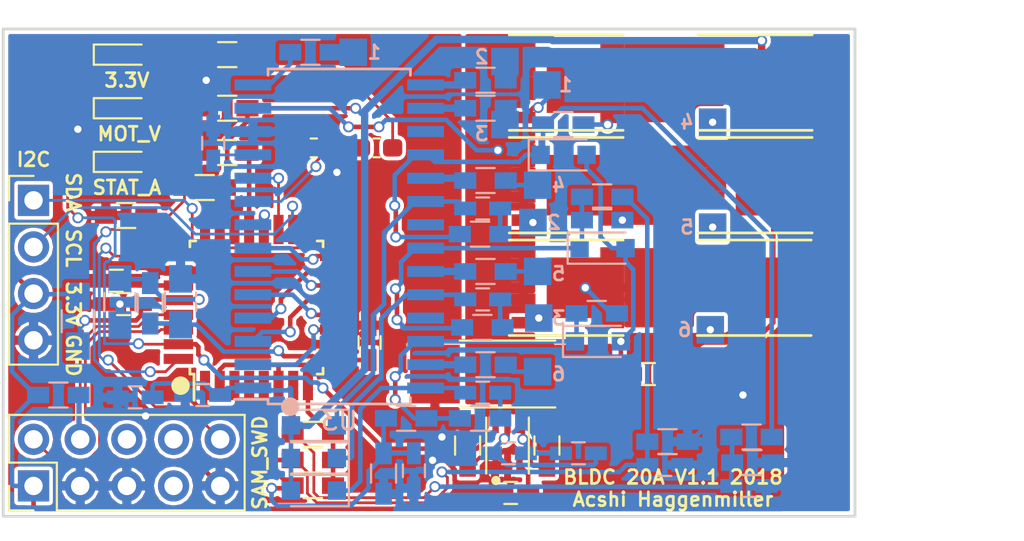
<source format=kicad_pcb>
(kicad_pcb (version 20171130) (host pcbnew 5.0.2-bee76a0~70~ubuntu18.04.1)
  (layers (0 F.Cu signal) (31 B.Cu signal) (34 B.Paste user) (35 F.Paste user) (36 B.SilkS user) (37 F.SilkS user) (38 B.Mask user) (39 F.Mask user) (44 Edge.Cuts user))
  (net 0 "")
  (net 1 "Net-(C1-Pad1)")
  (net 2 GND)
  (net 3 "Net-(C2-Pad1)")
  (net 4 "Net-(C4-Pad1)")
  (net 5 /+V_MOTOR)
  (net 6 /bldc_unit1/MOT_A)
  (net 7 /bldc_unit1/MOT_B)
  (net 8 /bldc_unit1/MOT_C)
  (net 9 /bldc_unit1/MOTOR_A)
  (net 10 /bldc_unit1/MOTOR_B)
  (net 11 /+3.3V)
  (net 12 /SWDIO)
  (net 13 /SWCLK)
  (net 14 /RESET)
  (net 15 "Net-(D1-Pad2)")
  (net 16 "Net-(D2-Pad2)")
  (net 17 "Net-(D3-Pad2)")
  (net 18 /SDA)
  (net 19 /SCL)
  (net 20 /bldc_unit1/GHA)
  (net 21 /bldc_unit1/MOTOR_SHUNT)
  (net 22 /bldc_unit1/GLA)
  (net 23 /bldc_unit1/GHB)
  (net 24 /bldc_unit1/GLB)
  (net 25 /bldc_unit1/GHC)
  (net 26 /bldc_unit1/GLC)
  (net 27 "Net-(C8-Pad1)")
  (net 28 "Net-(C8-Pad2)")
  (net 29 "Net-(C12-Pad2)")
  (net 30 "Net-(C14-Pad1)")
  (net 31 "Net-(C14-Pad2)")
  (net 32 "Net-(C15-Pad1)")
  (net 33 "Net-(C15-Pad2)")
  (net 34 "Net-(C16-Pad1)")
  (net 35 "Net-(C16-Pad2)")
  (net 36 /bldc_unit1/MOTOR_C)
  (net 37 /bldc_unit1/MOTF_A)
  (net 38 /STATUS)
  (net 39 /bldc_unit1/MOTOR_ZERO)
  (net 40 /bldc_unit1/MOTF_B)
  (net 41 /bldc_unit1/MOTF_C)
  (net 42 "Net-(R14-Pad2)")
  (net 43 "Net-(R15-Pad2)")
  (net 44 "Net-(R16-Pad2)")
  (net 45 "Net-(R17-Pad2)")
  (net 46 "Net-(R18-Pad2)")
  (net 47 "Net-(R19-Pad2)")
  (net 48 /bldc_unit1/IN_HA)
  (net 49 /bldc_unit1/IN_LA)
  (net 50 /bldc_unit1/IN_HB)
  (net 51 /bldc_unit1/IN_LB)
  (net 52 /bldc_unit1/IN_HC)
  (net 53 /bldc_unit1/IN_LC)
  (net 54 /bldc_unit1/ENABLE)
  (net 55 /bldc_unit1/~FAULT)
  (net 56 /bldc_unit1/CURRENT)
  (net 57 "Net-(R29-Pad2)")
  (net 58 "Net-(CON1-Pad6)")
  (net 59 "Net-(CON1-Pad7)")
  (net 60 "Net-(CON1-Pad8)")
  (net 61 "Net-(U1-Pad3)")
  (net 62 "Net-(U1-Pad4)")
  (net 63 "Net-(U1-Pad22)")
  (net 64 "Net-(U1-Pad23)")
  (net 65 "Net-(U1-Pad24)")
  (net 66 "Net-(R31-Pad1)")
  (module Package_SO:SOIC-28W_7.5x17.9mm_P1.27mm (layer B.Cu) (at 139.573 83.693)
    (fp_text reference U3 (at 0 10.05) (layer B.SilkS) (effects (justify mirror)))
    (fp_text value MIC4609)
    (pad 28 smd rect (at 4.7 8.255) (size 2 0.6) (layers B.Cu B.Paste B.Mask) (net 30 "Net-(C14-Pad1)"))
    (pad 27 smd rect (at 4.7 6.985) (size 2 0.6) (layers B.Cu B.Paste B.Mask) (net 42 "Net-(R14-Pad2)"))
    (pad 26 smd rect (at 4.7 5.715) (size 2 0.6) (layers B.Cu B.Paste B.Mask) (net 37 /bldc_unit1/MOTF_A))
    (pad 25 smd rect (at 4.7 4.445) (size 2 0.6) (layers B.Cu B.Paste B.Mask))
    (pad 24 smd rect (at 4.7 3.175) (size 2 0.6) (layers B.Cu B.Paste B.Mask) (net 32 "Net-(C15-Pad1)"))
    (pad 23 smd rect (at 4.7 1.905) (size 2 0.6) (layers B.Cu B.Paste B.Mask) (net 43 "Net-(R15-Pad2)"))
    (pad 22 smd rect (at 4.7 0.635) (size 2 0.6) (layers B.Cu B.Paste B.Mask) (net 40 /bldc_unit1/MOTF_B))
    (pad 21 smd rect (at 4.7 -0.635) (size 2 0.6) (layers B.Cu B.Paste B.Mask))
    (pad 20 smd rect (at 4.7 -1.905) (size 2 0.6) (layers B.Cu B.Paste B.Mask) (net 34 "Net-(C16-Pad1)"))
    (pad 19 smd rect (at 4.7 -3.175) (size 2 0.6) (layers B.Cu B.Paste B.Mask) (net 44 "Net-(R16-Pad2)"))
    (pad 18 smd rect (at 4.7 -4.445) (size 2 0.6) (layers B.Cu B.Paste B.Mask) (net 41 /bldc_unit1/MOTF_C))
    (pad 17 smd rect (at 4.7 -5.715) (size 2 0.6) (layers B.Cu B.Paste B.Mask))
    (pad 16 smd rect (at 4.7 -6.985) (size 2 0.6) (layers B.Cu B.Paste B.Mask) (net 45 "Net-(R17-Pad2)"))
    (pad 15 smd rect (at 4.7 -8.255) (size 2 0.6) (layers B.Cu B.Paste B.Mask) (net 46 "Net-(R18-Pad2)"))
    (pad 14 smd rect (at -4.7 -8.255) (size 2 0.6) (layers B.Cu B.Paste B.Mask) (net 47 "Net-(R19-Pad2)"))
    (pad 13 smd rect (at -4.7 -6.985) (size 2 0.6) (layers B.Cu B.Paste B.Mask) (net 21 /bldc_unit1/MOTOR_SHUNT))
    (pad 12 smd rect (at -4.7 -5.715) (size 2 0.6) (layers B.Cu B.Paste B.Mask) (net 2 GND))
    (pad 11 smd rect (at -4.7 -4.445) (size 2 0.6) (layers B.Cu B.Paste B.Mask) (net 29 "Net-(C12-Pad2)"))
    (pad 10 smd rect (at -4.7 -3.175) (size 2 0.6) (layers B.Cu B.Paste B.Mask) (net 54 /bldc_unit1/ENABLE))
    (pad 9 smd rect (at -4.7 -1.905) (size 2 0.6) (layers B.Cu B.Paste B.Mask) (net 66 "Net-(R31-Pad1)"))
    (pad 8 smd rect (at -4.7 -0.635) (size 2 0.6) (layers B.Cu B.Paste B.Mask) (net 55 /bldc_unit1/~FAULT))
    (pad 7 smd rect (at -4.7 0.635) (size 2 0.6) (layers B.Cu B.Paste B.Mask) (net 53 /bldc_unit1/IN_LC))
    (pad 6 smd rect (at -4.7 1.905) (size 2 0.6) (layers B.Cu B.Paste B.Mask) (net 51 /bldc_unit1/IN_LB))
    (pad 5 smd rect (at -4.7 3.175) (size 2 0.6) (layers B.Cu B.Paste B.Mask) (net 49 /bldc_unit1/IN_LA))
    (pad 4 smd rect (at -4.7 4.445) (size 2 0.6) (layers B.Cu B.Paste B.Mask) (net 52 /bldc_unit1/IN_HC))
    (pad 3 smd rect (at -4.7 5.715) (size 2 0.6) (layers B.Cu B.Paste B.Mask) (net 50 /bldc_unit1/IN_HB))
    (pad 2 smd rect (at -4.7 6.985) (size 2 0.6) (layers B.Cu B.Paste B.Mask) (net 48 /bldc_unit1/IN_HA))
    (pad 1 smd rect (at -4.7 8.255) (size 2 0.6) (layers B.Cu B.Paste B.Mask) (net 5 /+V_MOTOR))
  )
  (module Capacitors_SMD:C_0603_HandSoldering (layer F.Cu) (at 127.447 86.106 180)
    (fp_text reference C4 hide)
    (fp_text value 1uF)
    (pad 1 smd rect (at -0.95 0 180) (size 1.2 0.75) (layers F.Cu F.Paste F.Mask) (net 4 "Net-(C4-Pad1)"))
    (pad 2 smd rect (at 0.95 0 180) (size 1.2 0.75) (layers F.Cu F.Paste F.Mask) (net 2 GND))
  )
  (module LFPAK:LFPAK_POWER_SO-8 (layer F.Cu) (at 162.56 80.899)
    (fp_text reference Q3 hide)
    (fp_text value PSMN0R925YLC)
    (pad 3 smd rect (at -2.67 -1.905) (size 1.3 0.635) (layers F.Cu F.Paste F.Mask) (net 7 /bldc_unit1/MOT_B))
    (pad 3 smd rect (at -2.67 -0.635) (size 1.3 0.635) (layers F.Cu F.Paste F.Mask) (net 7 /bldc_unit1/MOT_B))
    (pad 3 smd rect (at -2.67 0.635) (size 1.3 0.635) (layers F.Cu F.Paste F.Mask) (net 7 /bldc_unit1/MOT_B))
    (pad 2 smd rect (at -2.67 1.905) (size 1.3 0.635) (layers F.Cu F.Paste F.Mask) (net 23 /bldc_unit1/GHB))
    (pad 1 smd rect (at 0.69 0) (size 4.2 3.3) (layers F.Cu F.Paste F.Mask) (net 5 /+V_MOTOR))
    (pad 1 smd rect (at 2.159 0) (size 1.3 4.41) (layers F.Cu F.Paste F.Mask) (net 5 /+V_MOTOR))
  )
  (module Measurement_Points:Measurement_Point_Square-SMD-Pad_Small (layer B.Cu) (at 159.893 83.185)
    (fp_text reference REF** hide)
    (fp_text value Measurement_Point_Square-SMD-Pad_Small)
    (pad 1 smd rect (at 0 0) (size 1.5 1.5) (layers B.Cu B.Mask) (net 23 /bldc_unit1/GHB))
  )
  (module Measurement_Points:Measurement_Point_Square-SMD-Pad_Small (layer B.Cu) (at 159.893 77.47)
    (fp_text reference REF** hide)
    (fp_text value Measurement_Point_Square-SMD-Pad_Small)
    (pad 1 smd rect (at 0 0) (size 1.5 1.5) (layers B.Cu B.Mask) (net 25 /bldc_unit1/GHC))
  )
  (module Measurement_Points:Measurement_Point_Square-SMD-Pad_Small (layer B.Cu) (at 159.766 88.773)
    (fp_text reference REF** hide)
    (fp_text value Measurement_Point_Square-SMD-Pad_Small)
    (pad 1 smd rect (at 0 0) (size 1.5 1.5) (layers B.Cu B.Mask) (net 20 /bldc_unit1/GHA))
  )
  (module Capacitors_SMD:C_0603_HandSoldering (layer B.Cu) (at 132.141 92.329)
    (fp_text reference C13 hide)
    (fp_text value 1uF)
    (pad 1 smd rect (at -0.95 0) (size 1.2 0.75) (layers B.Cu B.Paste B.Mask) (net 2 GND))
    (pad 2 smd rect (at 0.95 0) (size 1.2 0.75) (layers B.Cu B.Paste B.Mask) (net 5 /+V_MOTOR))
  )
  (module Measurement_Points:Measurement_Point_Square-SMD-Pad_Small (layer B.Cu) (at 150.433 88.138168)
    (fp_text reference REF** hide)
    (fp_text value Measurement_Point_Square-SMD-Pad_Small)
    (pad 1 smd rect (at 0 0) (size 1.5 1.5) (layers B.Cu B.Mask) (net 22 /bldc_unit1/GLA))
  )
  (module Measurement_Points:Measurement_Point_Square-SMD-Pad_Small (layer B.Cu) (at 150.368 91.059)
    (fp_text reference REF** hide)
    (fp_text value Measurement_Point_Square-SMD-Pad_Small)
    (pad 1 smd rect (at 0 0) (size 1.5 1.5) (layers B.Cu B.Mask) (net 20 /bldc_unit1/GHA))
  )
  (module Measurement_Points:Measurement_Point_Square-SMD-Pad_Small (layer B.Cu) (at 150.368 85.598)
    (fp_text reference REF** hide)
    (fp_text value Measurement_Point_Square-SMD-Pad_Small)
    (pad 1 smd rect (at 0 0) (size 1.5 1.5) (layers B.Cu B.Mask) (net 23 /bldc_unit1/GHB))
  )
  (module Measurement_Points:Measurement_Point_Square-SMD-Pad_Small (layer B.Cu) (at 150.368 80.899)
    (fp_text reference REF** hide)
    (fp_text value Measurement_Point_Square-SMD-Pad_Small)
    (pad 1 smd rect (at 0 0) (size 1.5 1.5) (layers B.Cu B.Mask) (net 25 /bldc_unit1/GHC))
  )
  (module Measurement_Points:Measurement_Point_Square-SMD-Pad_Small (layer B.Cu) (at 150.876 75.438)
    (fp_text reference REF** hide)
    (fp_text value Measurement_Point_Square-SMD-Pad_Small)
    (pad 1 smd rect (at 0 0) (size 1.5 1.5) (layers B.Cu B.Mask) (net 26 /bldc_unit1/GLC))
  )
  (module Measurement_Points:Measurement_Point_Square-SMD-Pad_Small (layer B.Cu) (at 148.59 74.168)
    (fp_text reference REF** hide)
    (fp_text value Measurement_Point_Square-SMD-Pad_Small)
    (pad 1 smd rect (at 0 0) (size 1.5 1.5) (layers B.Cu B.Mask) (net 24 /bldc_unit1/GLB))
  )
  (module Measurement_Points:Measurement_Point_Square-SMD-Pad_Small (layer B.Cu) (at 148.59 77.597)
    (fp_text reference REF** hide)
    (fp_text value Measurement_Point_Square-SMD-Pad_Small)
    (pad 1 smd rect (at 0 0) (size 1.5 1.5) (layers B.Cu B.Mask) (net 22 /bldc_unit1/GLA))
  )
  (module LFPAK:LFPAK_POWER_SO-8 (layer F.Cu) (at 152.273 75.311)
    (fp_text reference Q6 hide)
    (fp_text value PSMN0R925YLC)
    (pad 3 smd rect (at -2.67 -1.905) (size 1.3 0.635) (layers F.Cu F.Paste F.Mask) (net 21 /bldc_unit1/MOTOR_SHUNT))
    (pad 3 smd rect (at -2.67 -0.635) (size 1.3 0.635) (layers F.Cu F.Paste F.Mask) (net 21 /bldc_unit1/MOTOR_SHUNT))
    (pad 3 smd rect (at -2.67 0.635) (size 1.3 0.635) (layers F.Cu F.Paste F.Mask) (net 21 /bldc_unit1/MOTOR_SHUNT))
    (pad 2 smd rect (at -2.67 1.905) (size 1.3 0.635) (layers F.Cu F.Paste F.Mask) (net 26 /bldc_unit1/GLC))
    (pad 1 smd rect (at 0.69 0) (size 4.2 3.3) (layers F.Cu F.Paste F.Mask) (net 8 /bldc_unit1/MOT_C))
    (pad 1 smd rect (at 2.159 0) (size 1.3 4.41) (layers F.Cu F.Paste F.Mask) (net 8 /bldc_unit1/MOT_C))
  )
  (module Pin_Headers:Pin_Header_Straight_2x05_Pitch2.54mm (layer F.Cu) (at 122.936 97.282 90)
    (fp_text reference CON1 hide)
    (fp_text value SAM-SWD-10)
    (pad 1 thru_hole rect (at 0 0 90) (size 1.7 1.7) (drill 1) (layers *.Cu *.Mask) (net 11 /+3.3V))
    (pad 2 thru_hole oval (at 2.54 0 90) (size 1.7 1.7) (drill 1) (layers *.Cu *.Mask) (net 12 /SWDIO))
    (pad 3 thru_hole oval (at 0 2.54 90) (size 1.7 1.7) (drill 1) (layers *.Cu *.Mask) (net 2 GND))
    (pad 4 thru_hole oval (at 2.54 2.54 90) (size 1.7 1.7) (drill 1) (layers *.Cu *.Mask) (net 13 /SWCLK))
    (pad 5 thru_hole oval (at 0 5.08 90) (size 1.7 1.7) (drill 1) (layers *.Cu *.Mask) (net 2 GND))
    (pad 6 thru_hole oval (at 2.54 5.08 90) (size 1.7 1.7) (drill 1) (layers *.Cu *.Mask) (net 58 "Net-(CON1-Pad6)"))
    (pad 7 thru_hole oval (at 0 7.62 90) (size 1.7 1.7) (drill 1) (layers *.Cu *.Mask) (net 59 "Net-(CON1-Pad7)"))
    (pad 8 thru_hole oval (at 2.54 7.62 90) (size 1.7 1.7) (drill 1) (layers *.Cu *.Mask) (net 60 "Net-(CON1-Pad8)"))
    (pad 9 thru_hole oval (at 0 10.16 90) (size 1.7 1.7) (drill 1) (layers *.Cu *.Mask) (net 2 GND))
    (pad 10 thru_hole oval (at 2.54 10.16 90) (size 1.7 1.7) (drill 1) (layers *.Cu *.Mask) (net 14 /RESET))
  )
  (module Capacitors_SMD:C_0603_HandSoldering (layer F.Cu) (at 127.828 87.376 180)
    (fp_text reference C3 hide)
    (fp_text value 100nF)
    (pad 1 smd rect (at -0.95 0 180) (size 1.2 0.75) (layers F.Cu F.Paste F.Mask) (net 1 "Net-(C1-Pad1)"))
    (pad 2 smd rect (at 0.95 0 180) (size 1.2 0.75) (layers F.Cu F.Paste F.Mask) (net 2 GND))
  )
  (module Capacitors_SMD:C_0603_HandSoldering (layer F.Cu) (at 141.224 89.474 90)
    (fp_text reference C5 hide)
    (fp_text value 100nF)
    (pad 1 smd rect (at -0.95 0 90) (size 1.2 0.75) (layers F.Cu F.Paste F.Mask) (net 3 "Net-(C2-Pad1)"))
    (pad 2 smd rect (at 0.95 0 90) (size 1.2 0.75) (layers F.Cu F.Paste F.Mask) (net 2 GND))
  )
  (module Capacitors_SMD:C_0603_HandSoldering (layer F.Cu) (at 156.403 91.186 180)
    (fp_text reference C7 hide)
    (fp_text value 100nF)
    (pad 1 smd rect (at -0.95 0 180) (size 1.2 0.75) (layers F.Cu F.Paste F.Mask) (net 5 /+V_MOTOR))
    (pad 2 smd rect (at 0.95 0 180) (size 1.2 0.75) (layers F.Cu F.Paste F.Mask) (net 21 /bldc_unit1/MOTOR_SHUNT))
  )
  (module Capacitors_SMD:C_0603_HandSoldering (layer B.Cu) (at 148.778 95.504)
    (fp_text reference C8 hide)
    (fp_text value 1uF)
    (pad 1 smd rect (at -0.95 0) (size 1.2 0.75) (layers B.Cu B.Paste B.Mask) (net 27 "Net-(C8-Pad1)"))
    (pad 2 smd rect (at 0.95 0) (size 1.2 0.75) (layers B.Cu B.Paste B.Mask) (net 28 "Net-(C8-Pad2)"))
  )
  (module Capacitors_SMD:C_0603_HandSoldering (layer B.Cu) (at 152.588 95.504 180)
    (fp_text reference C9 hide)
    (fp_text value 1uF)
    (pad 1 smd rect (at -0.95 0 180) (size 1.2 0.75) (layers B.Cu B.Paste B.Mask) (net 27 "Net-(C8-Pad1)"))
    (pad 2 smd rect (at 0.95 0 180) (size 1.2 0.75) (layers B.Cu B.Paste B.Mask) (net 28 "Net-(C8-Pad2)"))
  )
  (module Capacitors_SMD:C_0603_HandSoldering (layer F.Cu) (at 148.905 97.663)
    (fp_text reference C11 hide)
    (fp_text value 100nF)
    (pad 1 smd rect (at -0.95 0) (size 1.2 0.75) (layers F.Cu F.Paste F.Mask) (net 2 GND))
    (pad 2 smd rect (at 0.95 0) (size 1.2 0.75) (layers F.Cu F.Paste F.Mask) (net 11 /+3.3V))
  )
  (module Capacitors_SMD:C_0603_HandSoldering (layer B.Cu) (at 132.715 78.613 270)
    (fp_text reference C12 hide)
    (fp_text value 1nF)
    (pad 1 smd rect (at -0.95 0 270) (size 1.2 0.75) (layers B.Cu B.Paste B.Mask) (net 2 GND))
    (pad 2 smd rect (at 0.95 0 270) (size 1.2 0.75) (layers B.Cu B.Paste B.Mask) (net 29 "Net-(C12-Pad2)"))
  )
  (module Capacitors_SMD:C_0603_HandSoldering (layer B.Cu) (at 147.381 92.202)
    (fp_text reference C14 hide)
    (fp_text value 0.68uF)
    (pad 1 smd rect (at -0.95 0) (size 1.2 0.75) (layers B.Cu B.Paste B.Mask) (net 30 "Net-(C14-Pad1)"))
    (pad 2 smd rect (at 0.95 0) (size 1.2 0.75) (layers B.Cu B.Paste B.Mask) (net 31 "Net-(C14-Pad2)"))
  )
  (module Capacitors_SMD:C_0603_HandSoldering (layer B.Cu) (at 147.381 87.122)
    (fp_text reference C15 hide)
    (fp_text value 0.68uF)
    (pad 1 smd rect (at -0.95 0) (size 1.2 0.75) (layers B.Cu B.Paste B.Mask) (net 32 "Net-(C15-Pad1)"))
    (pad 2 smd rect (at 0.95 0) (size 1.2 0.75) (layers B.Cu B.Paste B.Mask) (net 33 "Net-(C15-Pad2)"))
  )
  (module Capacitors_SMD:C_0603_HandSoldering (layer B.Cu) (at 147.381 82.169)
    (fp_text reference C16 hide)
    (fp_text value 0.68uF)
    (pad 1 smd rect (at -0.95 0) (size 1.2 0.75) (layers B.Cu B.Paste B.Mask) (net 34 "Net-(C16-Pad1)"))
    (pad 2 smd rect (at 0.95 0) (size 1.2 0.75) (layers B.Cu B.Paste B.Mask) (net 35 "Net-(C16-Pad2)"))
  )
  (module Capacitors_SMD:C_0603_HandSoldering (layer B.Cu) (at 143.637 96.454 270)
    (fp_text reference C17 hide)
    (fp_text value 1nF)
    (pad 1 smd rect (at -0.95 0 270) (size 1.2 0.75) (layers B.Cu B.Paste B.Mask) (net 9 /bldc_unit1/MOTOR_A))
    (pad 2 smd rect (at 0.95 0 270) (size 1.2 0.75) (layers B.Cu B.Paste B.Mask) (net 2 GND))
  )
  (module Capacitors_SMD:C_0603_HandSoldering (layer B.Cu) (at 157.292 96.139)
    (fp_text reference C18 hide)
    (fp_text value 1nF)
    (pad 1 smd rect (at -0.95 0) (size 1.2 0.75) (layers B.Cu B.Paste B.Mask) (net 10 /bldc_unit1/MOTOR_B))
    (pad 2 smd rect (at 0.95 0) (size 1.2 0.75) (layers B.Cu B.Paste B.Mask) (net 2 GND))
  )
  (module Capacitors_SMD:C_0603_HandSoldering (layer B.Cu) (at 161.864 97.282)
    (fp_text reference C19 hide)
    (fp_text value 1nF)
    (pad 1 smd rect (at -0.95 0) (size 1.2 0.75) (layers B.Cu B.Paste B.Mask) (net 36 /bldc_unit1/MOTOR_C))
    (pad 2 smd rect (at 0.95 0) (size 1.2 0.75) (layers B.Cu B.Paste B.Mask) (net 2 GND))
  )
  (module Pin_Headers:Pin_Header_Straight_1x04_Pitch2.54mm (layer F.Cu) (at 122.936 81.7245)
    (fp_text reference J1 hide)
    (fp_text value "I2C 1")
    (pad 1 thru_hole rect (at 0 0) (size 1.7 1.7) (drill 1) (layers *.Cu *.Mask) (net 18 /SDA))
    (pad 2 thru_hole oval (at 0 2.54) (size 1.7 1.7) (drill 1) (layers *.Cu *.Mask) (net 19 /SCL))
    (pad 3 thru_hole oval (at 0 5.08) (size 1.7 1.7) (drill 1) (layers *.Cu *.Mask) (net 11 /+3.3V))
    (pad 4 thru_hole oval (at 0 7.62) (size 1.7 1.7) (drill 1) (layers *.Cu *.Mask) (net 2 GND))
  )
  (module LFPAK:LFPAK_POWER_SO-8 (layer F.Cu) (at 162.505 86.487)
    (fp_text reference Q1 hide)
    (fp_text value PSMN0R925YLC)
    (pad 3 smd rect (at -2.67 -1.905) (size 1.3 0.635) (layers F.Cu F.Paste F.Mask) (net 6 /bldc_unit1/MOT_A))
    (pad 3 smd rect (at -2.67 -0.635) (size 1.3 0.635) (layers F.Cu F.Paste F.Mask) (net 6 /bldc_unit1/MOT_A))
    (pad 3 smd rect (at -2.67 0.635) (size 1.3 0.635) (layers F.Cu F.Paste F.Mask) (net 6 /bldc_unit1/MOT_A))
    (pad 2 smd rect (at -2.67 1.905) (size 1.3 0.635) (layers F.Cu F.Paste F.Mask) (net 20 /bldc_unit1/GHA))
    (pad 1 smd rect (at 0.69 0) (size 4.2 3.3) (layers F.Cu F.Paste F.Mask) (net 5 /+V_MOTOR))
    (pad 1 smd rect (at 2.159 0) (size 1.3 4.41) (layers F.Cu F.Paste F.Mask) (net 5 /+V_MOTOR))
  )
  (module LFPAK:LFPAK_POWER_SO-8 (layer F.Cu) (at 152.273 86.487)
    (fp_text reference Q2 hide)
    (fp_text value PSMN0R925YLC)
    (pad 3 smd rect (at -2.67 -1.905) (size 1.3 0.635) (layers F.Cu F.Paste F.Mask) (net 21 /bldc_unit1/MOTOR_SHUNT))
    (pad 3 smd rect (at -2.67 -0.635) (size 1.3 0.635) (layers F.Cu F.Paste F.Mask) (net 21 /bldc_unit1/MOTOR_SHUNT))
    (pad 3 smd rect (at -2.67 0.635) (size 1.3 0.635) (layers F.Cu F.Paste F.Mask) (net 21 /bldc_unit1/MOTOR_SHUNT))
    (pad 2 smd rect (at -2.67 1.905) (size 1.3 0.635) (layers F.Cu F.Paste F.Mask) (net 22 /bldc_unit1/GLA))
    (pad 1 smd rect (at 0.69 0) (size 4.2 3.3) (layers F.Cu F.Paste F.Mask) (net 6 /bldc_unit1/MOT_A))
    (pad 1 smd rect (at 2.159 0) (size 1.3 4.41) (layers F.Cu F.Paste F.Mask) (net 6 /bldc_unit1/MOT_A))
  )
  (module LFPAK:LFPAK_POWER_SO-8 (layer F.Cu) (at 152.273 80.899)
    (fp_text reference Q4 hide)
    (fp_text value PSMN0R925YLC)
    (pad 3 smd rect (at -2.67 -1.905) (size 1.3 0.635) (layers F.Cu F.Paste F.Mask) (net 21 /bldc_unit1/MOTOR_SHUNT))
    (pad 3 smd rect (at -2.67 -0.635) (size 1.3 0.635) (layers F.Cu F.Paste F.Mask) (net 21 /bldc_unit1/MOTOR_SHUNT))
    (pad 3 smd rect (at -2.67 0.635) (size 1.3 0.635) (layers F.Cu F.Paste F.Mask) (net 21 /bldc_unit1/MOTOR_SHUNT))
    (pad 2 smd rect (at -2.67 1.905) (size 1.3 0.635) (layers F.Cu F.Paste F.Mask) (net 24 /bldc_unit1/GLB))
    (pad 1 smd rect (at 0.69 0) (size 4.2 3.3) (layers F.Cu F.Paste F.Mask) (net 7 /bldc_unit1/MOT_B))
    (pad 1 smd rect (at 2.159 0) (size 1.3 4.41) (layers F.Cu F.Paste F.Mask) (net 7 /bldc_unit1/MOT_B))
  )
  (module LFPAK:LFPAK_POWER_SO-8 (layer F.Cu) (at 162.56 75.311)
    (fp_text reference Q5 hide)
    (fp_text value PSMN0R925YLC)
    (pad 3 smd rect (at -2.67 -1.905) (size 1.3 0.635) (layers F.Cu F.Paste F.Mask) (net 8 /bldc_unit1/MOT_C))
    (pad 3 smd rect (at -2.67 -0.635) (size 1.3 0.635) (layers F.Cu F.Paste F.Mask) (net 8 /bldc_unit1/MOT_C))
    (pad 3 smd rect (at -2.67 0.635) (size 1.3 0.635) (layers F.Cu F.Paste F.Mask) (net 8 /bldc_unit1/MOT_C))
    (pad 2 smd rect (at -2.67 1.905) (size 1.3 0.635) (layers F.Cu F.Paste F.Mask) (net 25 /bldc_unit1/GHC))
    (pad 1 smd rect (at 0.69 0) (size 4.2 3.3) (layers F.Cu F.Paste F.Mask) (net 5 /+V_MOTOR))
    (pad 1 smd rect (at 2.159 0) (size 1.3 4.41) (layers F.Cu F.Paste F.Mask) (net 5 /+V_MOTOR))
  )
  (module Resistors_SMD:R_0603_HandSoldering (layer F.Cu) (at 133.477 73.787)
    (fp_text reference R1 hide)
    (fp_text value 470R)
    (pad 1 smd rect (at -1.1 0) (size 1.2 0.9) (layers F.Cu F.Paste F.Mask) (net 15 "Net-(D1-Pad2)"))
    (pad 2 smd rect (at 1.1 0) (size 1.2 0.9) (layers F.Cu F.Paste F.Mask) (net 11 /+3.3V))
  )
  (module Resistors_SMD:R_0603_HandSoldering (layer F.Cu) (at 133.477 76.708)
    (fp_text reference R2 hide)
    (fp_text value 4.02k)
    (pad 1 smd rect (at -1.1 0) (size 1.2 0.9) (layers F.Cu F.Paste F.Mask) (net 16 "Net-(D2-Pad2)"))
    (pad 2 smd rect (at 1.1 0) (size 1.2 0.9) (layers F.Cu F.Paste F.Mask) (net 5 /+V_MOTOR))
  )
  (module Resistors_SMD:R_0603_HandSoldering (layer F.Cu) (at 133.477 79.121)
    (fp_text reference R3 hide)
    (fp_text value 3k)
    (pad 1 smd rect (at -1.1 0) (size 1.2 0.9) (layers F.Cu F.Paste F.Mask) (net 17 "Net-(D3-Pad2)"))
    (pad 2 smd rect (at 1.1 0) (size 1.2 0.9) (layers F.Cu F.Paste F.Mask) (net 38 /STATUS))
  )
  (module Resistors_SMD:R_0603_HandSoldering (layer B.Cu) (at 124.29 92.329)
    (fp_text reference R4 hide)
    (fp_text value 3k)
    (pad 1 smd rect (at -1.1 0) (size 1.2 0.9) (layers B.Cu B.Paste B.Mask) (net 11 /+3.3V))
    (pad 2 smd rect (at 1.1 0) (size 1.2 0.9) (layers B.Cu B.Paste B.Mask) (net 13 /SWCLK))
  )
  (module Resistors_SMD:R_0603_HandSoldering (layer F.Cu) (at 138.135363 97.264989 180)
    (fp_text reference R5 hide)
    (fp_text value 3k)
    (pad 1 smd rect (at -1.1 0 180) (size 1.2 0.9) (layers F.Cu F.Paste F.Mask) (net 39 /bldc_unit1/MOTOR_ZERO))
    (pad 2 smd rect (at 1.1 0 180) (size 1.2 0.9) (layers F.Cu F.Paste F.Mask) (net 9 /bldc_unit1/MOTOR_A))
  )
  (module Resistors_SMD:R_0603_HandSoldering (layer B.Cu) (at 153.586 87.884)
    (fp_text reference R7 hide)
    (fp_text value 10)
    (pad 1 smd rect (at -1.1 0) (size 1.2 0.9) (layers B.Cu B.Paste B.Mask) (net 37 /bldc_unit1/MOTF_A))
    (pad 2 smd rect (at 1.1 0) (size 1.2 0.9) (layers B.Cu B.Paste B.Mask) (net 6 /bldc_unit1/MOT_A))
  )
  (module Resistors_SMD:R_0603_HandSoldering (layer F.Cu) (at 138.135363 94.470989 180)
    (fp_text reference R8 hide)
    (fp_text value 3k)
    (pad 1 smd rect (at -1.1 0 180) (size 1.2 0.9) (layers F.Cu F.Paste F.Mask) (net 39 /bldc_unit1/MOTOR_ZERO))
    (pad 2 smd rect (at 1.1 0 180) (size 1.2 0.9) (layers F.Cu F.Paste F.Mask) (net 36 /bldc_unit1/MOTOR_C))
  )
  (module Resistors_SMD:R_0603_HandSoldering (layer B.Cu) (at 153.881 82.804 180)
    (fp_text reference R9 hide)
    (fp_text value 10)
    (pad 1 smd rect (at -1.1 0 180) (size 1.2 0.9) (layers B.Cu B.Paste B.Mask) (net 7 /bldc_unit1/MOT_B))
    (pad 2 smd rect (at 1.1 0 180) (size 1.2 0.9) (layers B.Cu B.Paste B.Mask) (net 40 /bldc_unit1/MOTF_B))
  )
  (module Resistors_SMD:R_0603_HandSoldering (layer F.Cu) (at 150.876 95.08 90)
    (fp_text reference R10 hide)
    (fp_text value 10)
    (pad 1 smd rect (at -1.1 0 90) (size 1.2 0.9) (layers F.Cu F.Paste F.Mask) (net 28 "Net-(C8-Pad2)"))
    (pad 2 smd rect (at 1.1 0 90) (size 1.2 0.9) (layers F.Cu F.Paste F.Mask) (net 21 /bldc_unit1/MOTOR_SHUNT))
  )
  (module Resistors_SMD:R_0603_HandSoldering (layer F.Cu) (at 146.558 95.08 90)
    (fp_text reference R12 hide)
    (fp_text value 10)
    (pad 1 smd rect (at -1.1 0 90) (size 1.2 0.9) (layers F.Cu F.Paste F.Mask) (net 27 "Net-(C8-Pad1)"))
    (pad 2 smd rect (at 1.1 0 90) (size 1.2 0.9) (layers F.Cu F.Paste F.Mask) (net 2 GND))
  )
  (module Resistors_SMD:R_0603_HandSoldering (layer B.Cu) (at 147.531 90.678 180)
    (fp_text reference R14 hide)
    (fp_text value 4.7R)
    (pad 1 smd rect (at -1.1 0 180) (size 1.2 0.9) (layers B.Cu B.Paste B.Mask) (net 20 /bldc_unit1/GHA))
    (pad 2 smd rect (at 1.1 0 180) (size 1.2 0.9) (layers B.Cu B.Paste B.Mask) (net 42 "Net-(R14-Pad2)"))
  )
  (module Resistors_SMD:R_0603_HandSoldering (layer B.Cu) (at 147.531 85.598 180)
    (fp_text reference R15 hide)
    (fp_text value 4.7R)
    (pad 1 smd rect (at -1.1 0 180) (size 1.2 0.9) (layers B.Cu B.Paste B.Mask) (net 23 /bldc_unit1/GHB))
    (pad 2 smd rect (at 1.1 0 180) (size 1.2 0.9) (layers B.Cu B.Paste B.Mask) (net 43 "Net-(R15-Pad2)"))
  )
  (module Resistors_SMD:R_0603_HandSoldering (layer B.Cu) (at 147.531 80.645 180)
    (fp_text reference R16 hide)
    (fp_text value 4.7R)
    (pad 1 smd rect (at -1.1 0 180) (size 1.2 0.9) (layers B.Cu B.Paste B.Mask) (net 25 /bldc_unit1/GHC))
    (pad 2 smd rect (at 1.1 0 180) (size 1.2 0.9) (layers B.Cu B.Paste B.Mask) (net 44 "Net-(R16-Pad2)"))
  )
  (module Resistors_SMD:R_0603_HandSoldering (layer B.Cu) (at 147.531 76.708 180)
    (fp_text reference R17 hide)
    (fp_text value 4.7R)
    (pad 1 smd rect (at -1.1 0 180) (size 1.2 0.9) (layers B.Cu B.Paste B.Mask) (net 22 /bldc_unit1/GLA))
    (pad 2 smd rect (at 1.1 0 180) (size 1.2 0.9) (layers B.Cu B.Paste B.Mask) (net 45 "Net-(R17-Pad2)"))
  )
  (module Resistors_SMD:R_0603_HandSoldering (layer B.Cu) (at 147.531 75.184 180)
    (fp_text reference R18 hide)
    (fp_text value 4.7R)
    (pad 1 smd rect (at -1.1 0 180) (size 1.2 0.9) (layers B.Cu B.Paste B.Mask) (net 24 /bldc_unit1/GLB))
    (pad 2 smd rect (at 1.1 0 180) (size 1.2 0.9) (layers B.Cu B.Paste B.Mask) (net 46 "Net-(R18-Pad2)"))
  )
  (module Resistors_SMD:R_0603_HandSoldering (layer B.Cu) (at 138.006 73.66 180)
    (fp_text reference R19 hide)
    (fp_text value 4.7R)
    (pad 1 smd rect (at -1.1 0 180) (size 1.2 0.9) (layers B.Cu B.Paste B.Mask) (net 26 /bldc_unit1/GLC))
    (pad 2 smd rect (at 1.1 0 180) (size 1.2 0.9) (layers B.Cu B.Paste B.Mask) (net 47 "Net-(R19-Pad2)"))
  )
  (module Housings_QFP:TQFP-32_7x7mm_Pitch0.8mm (layer F.Cu) (at 135.069 87.562 90)
    (fp_text reference U1 hide)
    (fp_text value SAMD21E16L-MU)
    (pad 1 smd rect (at -4.25 -2.8 90) (size 1.6 0.55) (layers F.Cu F.Paste F.Mask) (net 9 /bldc_unit1/MOTOR_A))
    (pad 2 smd rect (at -4.25 -2 90) (size 1.6 0.55) (layers F.Cu F.Paste F.Mask) (net 39 /bldc_unit1/MOTOR_ZERO))
    (pad 3 smd rect (at -4.25 -1.2 90) (size 1.6 0.55) (layers F.Cu F.Paste F.Mask) (net 61 "Net-(U1-Pad3)"))
    (pad 4 smd rect (at -4.25 -0.4 90) (size 1.6 0.55) (layers F.Cu F.Paste F.Mask) (net 62 "Net-(U1-Pad4)"))
    (pad 5 smd rect (at -4.25 0.4 90) (size 1.6 0.55) (layers F.Cu F.Paste F.Mask) (net 10 /bldc_unit1/MOTOR_B))
    (pad 6 smd rect (at -4.25 1.2 90) (size 1.6 0.55) (layers F.Cu F.Paste F.Mask) (net 39 /bldc_unit1/MOTOR_ZERO))
    (pad 7 smd rect (at -4.25 2 90) (size 1.6 0.55) (layers F.Cu F.Paste F.Mask) (net 36 /bldc_unit1/MOTOR_C))
    (pad 8 smd rect (at -4.25 2.8 90) (size 1.6 0.55) (layers F.Cu F.Paste F.Mask) (net 39 /bldc_unit1/MOTOR_ZERO))
    (pad 9 smd rect (at -2.8 4.25 180) (size 1.6 0.55) (layers F.Cu F.Paste F.Mask) (net 3 "Net-(C2-Pad1)"))
    (pad 10 smd rect (at -2 4.25 180) (size 1.6 0.55) (layers F.Cu F.Paste F.Mask) (net 2 GND))
    (pad 11 smd rect (at -1.2 4.25 180) (size 1.6 0.55) (layers F.Cu F.Paste F.Mask) (net 48 /bldc_unit1/IN_HA))
    (pad 12 smd rect (at -0.4 4.25 180) (size 1.6 0.55) (layers F.Cu F.Paste F.Mask) (net 49 /bldc_unit1/IN_LA))
    (pad 13 smd rect (at 0.4 4.25 180) (size 1.6 0.55) (layers F.Cu F.Paste F.Mask) (net 50 /bldc_unit1/IN_HB))
    (pad 14 smd rect (at 1.2 4.25 180) (size 1.6 0.55) (layers F.Cu F.Paste F.Mask) (net 51 /bldc_unit1/IN_LB))
    (pad 15 smd rect (at 2 4.25 180) (size 1.6 0.55) (layers F.Cu F.Paste F.Mask) (net 52 /bldc_unit1/IN_HC))
    (pad 16 smd rect (at 2.8 4.25 180) (size 1.6 0.55) (layers F.Cu F.Paste F.Mask) (net 53 /bldc_unit1/IN_LC))
    (pad 17 smd rect (at 4.25 2.8 90) (size 1.6 0.55) (layers F.Cu F.Paste F.Mask) (net 18 /SDA))
    (pad 18 smd rect (at 4.25 2 90) (size 1.6 0.55) (layers F.Cu F.Paste F.Mask) (net 19 /SCL))
    (pad 19 smd rect (at 4.25 1.2 90) (size 1.6 0.55) (layers F.Cu F.Paste F.Mask) (net 54 /bldc_unit1/ENABLE))
    (pad 20 smd rect (at 4.25 0.4 90) (size 1.6 0.55) (layers F.Cu F.Paste F.Mask) (net 55 /bldc_unit1/~FAULT))
    (pad 21 smd rect (at 4.25 -0.4 90) (size 1.6 0.55) (layers F.Cu F.Paste F.Mask) (net 38 /STATUS))
    (pad 22 smd rect (at 4.25 -1.2 90) (size 1.6 0.55) (layers F.Cu F.Paste F.Mask) (net 63 "Net-(U1-Pad22)"))
    (pad 23 smd rect (at 4.25 -2 90) (size 1.6 0.55) (layers F.Cu F.Paste F.Mask) (net 64 "Net-(U1-Pad23)"))
    (pad 24 smd rect (at 4.25 -2.8 90) (size 1.6 0.55) (layers F.Cu F.Paste F.Mask) (net 65 "Net-(U1-Pad24)"))
    (pad 25 smd rect (at 2.8 -4.25 180) (size 1.6 0.55) (layers F.Cu F.Paste F.Mask) (net 14 /RESET))
    (pad 26 smd rect (at 2 -4.25 180) (size 1.6 0.55) (layers F.Cu F.Paste F.Mask) (net 2 GND))
    (pad 27 smd rect (at 1.2 -4.25 180) (size 1.6 0.55) (layers F.Cu F.Paste F.Mask) (net 4 "Net-(C4-Pad1)"))
    (pad 28 smd rect (at 0.4 -4.25 180) (size 1.6 0.55) (layers F.Cu F.Paste F.Mask) (net 1 "Net-(C1-Pad1)"))
    (pad 29 smd rect (at -0.4 -4.25 180) (size 1.6 0.55) (layers F.Cu F.Paste F.Mask) (net 13 /SWCLK))
    (pad 30 smd rect (at -1.2 -4.25 180) (size 1.6 0.55) (layers F.Cu F.Paste F.Mask) (net 12 /SWDIO))
    (pad 31 smd rect (at -2 -4.25 180) (size 1.6 0.55) (layers F.Cu F.Paste F.Mask) (net 56 /bldc_unit1/CURRENT))
    (pad 32 smd rect (at -2.8 -4.25 180) (size 1.6 0.55) (layers F.Cu F.Paste F.Mask) (net 57 "Net-(R29-Pad2)"))
  )
  (module ina199a2:INA199A2 (layer F.Cu) (at 148.732 95.08 90)
    (fp_text reference U2 hide)
    (fp_text value INA199C2)
    (pad 1 smd rect (at -1.1 -0.65 90) (size 0.85 0.35) (layers F.Cu F.Paste F.Mask) (net 2 GND))
    (pad 2 smd rect (at -1.1 0 90) (size 0.85 0.35) (layers F.Cu F.Paste F.Mask) (net 2 GND))
    (pad 3 smd rect (at -1.1 0.65 90) (size 0.85 0.35) (layers F.Cu F.Paste F.Mask) (net 11 /+3.3V))
    (pad 4 smd rect (at 1.1 0.65 90) (size 0.85 0.35) (layers F.Cu F.Paste F.Mask) (net 28 "Net-(C8-Pad2)"))
    (pad 5 smd rect (at 1.1 0 90) (size 0.85 0.35) (layers F.Cu F.Paste F.Mask) (net 27 "Net-(C8-Pad1)"))
    (pad 6 smd rect (at 1.1 -0.65 90) (size 0.85 0.35) (layers F.Cu F.Paste F.Mask) (net 56 /bldc_unit1/CURRENT))
  )
  (module Inductors_SMD:L_0805_HandSoldering (layer B.Cu) (at 125.349 88.312 270)
    (fp_text reference L1 hide)
    (fp_text value 10uH)
    (pad 1 smd rect (at -1.35 0 270) (size 1.5 1.3) (layers B.Cu B.Paste B.Mask) (net 11 /+3.3V))
    (pad 2 smd rect (at 1.35 0 270) (size 1.5 1.3) (layers B.Cu B.Paste B.Mask) (net 1 "Net-(C1-Pad1)"))
  )
  (module Inductors_SMD:L_0603_HandSoldering (layer B.Cu) (at 129.286 87.333 270)
    (fp_text reference L2 hide)
    (fp_text value Ferrite_Bead_Small)
    (pad 1 smd rect (at -1.1 0 270) (size 1.2 0.9) (layers B.Cu B.Paste B.Mask) (net 1 "Net-(C1-Pad1)"))
    (pad 2 smd rect (at 1.1 0 270) (size 1.2 0.9) (layers B.Cu B.Paste B.Mask) (net 3 "Net-(C2-Pad1)"))
  )
  (module Resistors_SMD:R_0603_HandSoldering (layer B.Cu) (at 143.213 93.599)
    (fp_text reference R23 hide)
    (fp_text value 20k)
    (pad 1 smd rect (at -1.1 0) (size 1.2 0.9) (layers B.Cu B.Paste B.Mask) (net 9 /bldc_unit1/MOTOR_A))
    (pad 2 smd rect (at 1.1 0) (size 1.2 0.9) (layers B.Cu B.Paste B.Mask) (net 37 /bldc_unit1/MOTF_A))
  )
  (module Resistors_SMD:R_0603_HandSoldering (layer B.Cu) (at 153.881 81.534 180)
    (fp_text reference R24 hide)
    (fp_text value 20k)
    (pad 1 smd rect (at -1.1 0 180) (size 1.2 0.9) (layers B.Cu B.Paste B.Mask) (net 10 /bldc_unit1/MOTOR_B))
    (pad 2 smd rect (at 1.1 0 180) (size 1.2 0.9) (layers B.Cu B.Paste B.Mask) (net 40 /bldc_unit1/MOTF_B))
  )
  (module Resistors_SMD:R_0603_HandSoldering (layer B.Cu) (at 162.009 94.615)
    (fp_text reference R25 hide)
    (fp_text value 20k)
    (pad 1 smd rect (at -1.1 0) (size 1.2 0.9) (layers B.Cu B.Paste B.Mask) (net 36 /bldc_unit1/MOTOR_C))
    (pad 2 smd rect (at 1.1 0) (size 1.2 0.9) (layers B.Cu B.Paste B.Mask) (net 41 /bldc_unit1/MOTF_C))
  )
  (module Resistors_SMD:R_0603_HandSoldering (layer B.Cu) (at 141.986 96.604 90)
    (fp_text reference R26 hide)
    (fp_text value 4.02k)
    (pad 1 smd rect (at -1.1 0 90) (size 1.2 0.9) (layers B.Cu B.Paste B.Mask) (net 2 GND))
    (pad 2 smd rect (at 1.1 0 90) (size 1.2 0.9) (layers B.Cu B.Paste B.Mask) (net 9 /bldc_unit1/MOTOR_A))
  )
  (module Resistors_SMD:R_0603_HandSoldering (layer B.Cu) (at 157.437 94.869 180)
    (fp_text reference R27 hide)
    (fp_text value 4.02k)
    (pad 1 smd rect (at -1.1 0 180) (size 1.2 0.9) (layers B.Cu B.Paste B.Mask) (net 2 GND))
    (pad 2 smd rect (at 1.1 0 180) (size 1.2 0.9) (layers B.Cu B.Paste B.Mask) (net 10 /bldc_unit1/MOTOR_B))
  )
  (module Resistors_SMD:R_0603_HandSoldering (layer B.Cu) (at 162.054 96.012 180)
    (fp_text reference R28 hide)
    (fp_text value 4.02k)
    (pad 1 smd rect (at -1.1 0 180) (size 1.2 0.9) (layers B.Cu B.Paste B.Mask) (net 2 GND))
    (pad 2 smd rect (at 1.1 0 180) (size 1.2 0.9) (layers B.Cu B.Paste B.Mask) (net 36 /bldc_unit1/MOTOR_C))
  )
  (module Capacitors_SMD:C_0805_HandSoldering (layer B.Cu) (at 127.635 87.269 270)
    (fp_text reference C1 hide)
    (fp_text value 10uF)
    (pad 1 smd rect (at -1.25 0 270) (size 1.5 1.25) (layers B.Cu B.Paste B.Mask) (net 1 "Net-(C1-Pad1)"))
    (pad 2 smd rect (at 1.25 0 270) (size 1.5 1.25) (layers B.Cu B.Paste B.Mask) (net 2 GND))
  )
  (module Capacitors_SMD:C_0805_HandSoldering (layer B.Cu) (at 130.937 87.249 90)
    (fp_text reference C2 hide)
    (fp_text value 10uF)
    (pad 1 smd rect (at -1.25 0 90) (size 1.5 1.25) (layers B.Cu B.Paste B.Mask) (net 3 "Net-(C2-Pad1)"))
    (pad 2 smd rect (at 1.25 0 90) (size 1.5 1.25) (layers B.Cu B.Paste B.Mask) (net 2 GND))
  )
  (module Resistors_SMD:R_0603_HandSoldering (layer F.Cu) (at 138.135363 95.867989 180)
    (fp_text reference R6 hide)
    (fp_text value 3k)
    (pad 1 smd rect (at -1.1 0 180) (size 1.2 0.9) (layers F.Cu F.Paste F.Mask) (net 39 /bldc_unit1/MOTOR_ZERO))
    (pad 2 smd rect (at 1.1 0 180) (size 1.2 0.9) (layers F.Cu F.Paste F.Mask) (net 10 /bldc_unit1/MOTOR_B))
  )
  (module Resistors_SMD:R_2512_HandSoldering (layer F.Cu) (at 148.73 91.186)
    (fp_text reference R11 hide)
    (fp_text value 2mR)
    (pad 1 smd rect (at -3.95 0) (size 2.7 3.2) (layers F.Cu F.Paste F.Mask) (net 2 GND))
    (pad 2 smd rect (at 3.95 0) (size 2.7 3.2) (layers F.Cu F.Paste F.Mask) (net 21 /bldc_unit1/MOTOR_SHUNT))
  )
  (module Resistors_SMD:R_0603_HandSoldering (layer B.Cu) (at 151.765 77.597 180)
    (fp_text reference R13 hide)
    (fp_text value 10)
    (pad 1 smd rect (at -1.1 0 180) (size 1.2 0.9) (layers B.Cu B.Paste B.Mask) (net 8 /bldc_unit1/MOT_C))
    (pad 2 smd rect (at 1.1 0 180) (size 1.2 0.9) (layers B.Cu B.Paste B.Mask) (net 41 /bldc_unit1/MOTF_C))
  )
  (module Resistors_SMD:R_0603_HandSoldering (layer B.Cu) (at 147.236 93.599)
    (fp_text reference R20 hide)
    (fp_text value 1R)
    (pad 1 smd rect (at -1.1 0) (size 1.2 0.9) (layers B.Cu B.Paste B.Mask) (net 37 /bldc_unit1/MOTF_A))
    (pad 2 smd rect (at 1.1 0) (size 1.2 0.9) (layers B.Cu B.Paste B.Mask) (net 31 "Net-(C14-Pad2)"))
  )
  (module Resistors_SMD:R_0603_HandSoldering (layer B.Cu) (at 147.363 88.646)
    (fp_text reference R21 hide)
    (fp_text value 1R)
    (pad 1 smd rect (at -1.1 0) (size 1.2 0.9) (layers B.Cu B.Paste B.Mask) (net 40 /bldc_unit1/MOTF_B))
    (pad 2 smd rect (at 1.1 0) (size 1.2 0.9) (layers B.Cu B.Paste B.Mask) (net 33 "Net-(C15-Pad2)"))
  )
  (module Resistors_SMD:R_0603_HandSoldering (layer B.Cu) (at 147.236 83.566)
    (fp_text reference R22 hide)
    (fp_text value 1R)
    (pad 1 smd rect (at -1.1 0) (size 1.2 0.9) (layers B.Cu B.Paste B.Mask) (net 41 /bldc_unit1/MOTF_C))
    (pad 2 smd rect (at 1.1 0) (size 1.2 0.9) (layers B.Cu B.Paste B.Mask) (net 35 "Net-(C16-Pad2)"))
  )
  (module Diodes_SMD:D_SOD-323_HandSoldering (layer B.Cu) (at 153.65 89.408)
    (fp_text reference D4 hide)
    (fp_text value DSS16UTR‎)
    (pad 1 smd rect (at -1.25 0) (size 1 1) (layers B.Cu B.Paste B.Mask) (net 37 /bldc_unit1/MOTF_A))
    (pad 2 smd rect (at 1.25 0) (size 1 1) (layers B.Cu B.Paste B.Mask) (net 21 /bldc_unit1/MOTOR_SHUNT))
  )
  (module Diodes_SMD:D_SOD-323_HandSoldering (layer B.Cu) (at 153.904 84.328)
    (fp_text reference D5 hide)
    (fp_text value DSS16UTR‎)
    (pad 1 smd rect (at -1.25 0) (size 1 1) (layers B.Cu B.Paste B.Mask) (net 40 /bldc_unit1/MOTF_B))
    (pad 2 smd rect (at 1.25 0) (size 1 1) (layers B.Cu B.Paste B.Mask) (net 21 /bldc_unit1/MOTOR_SHUNT))
  )
  (module Diodes_SMD:D_SOD-323_HandSoldering (layer B.Cu) (at 151.785 79.248)
    (fp_text reference D6 hide)
    (fp_text value DSS16UTR‎)
    (pad 1 smd rect (at -1.25 0) (size 1 1) (layers B.Cu B.Paste B.Mask) (net 41 /bldc_unit1/MOTF_C))
    (pad 2 smd rect (at 1.25 0) (size 1 1) (layers B.Cu B.Paste B.Mask) (net 21 /bldc_unit1/MOTOR_SHUNT))
  )
  (module Diodes_SMD:D_SOD-323_HandSoldering (layer B.Cu) (at 138.196 93.98 180)
    (fp_text reference D7 hide)
    (fp_text value DSS16UTR‎)
    (pad 1 smd rect (at -1.25 0 180) (size 1 1) (layers B.Cu B.Paste B.Mask) (net 34 "Net-(C16-Pad1)"))
    (pad 2 smd rect (at 1.25 0 180) (size 1 1) (layers B.Cu B.Paste B.Mask) (net 5 /+V_MOTOR))
  )
  (module Diodes_SMD:D_SOD-323_HandSoldering (layer B.Cu) (at 138.196 95.758 180)
    (fp_text reference D8 hide)
    (fp_text value DSS16UTR‎)
    (pad 1 smd rect (at -1.25 0 180) (size 1 1) (layers B.Cu B.Paste B.Mask) (net 32 "Net-(C15-Pad1)"))
    (pad 2 smd rect (at 1.25 0 180) (size 1 1) (layers B.Cu B.Paste B.Mask) (net 5 /+V_MOTOR))
  )
  (module Diodes_SMD:D_SOD-323_HandSoldering (layer B.Cu) (at 138.196 97.536 180)
    (fp_text reference D9 hide)
    (fp_text value DSS16UTR‎)
    (pad 1 smd rect (at -1.25 0 180) (size 1 1) (layers B.Cu B.Paste B.Mask) (net 30 "Net-(C14-Pad1)"))
    (pad 2 smd rect (at 1.25 0 180) (size 1 1) (layers B.Cu B.Paste B.Mask) (net 5 /+V_MOTOR))
  )
  (module Measurement_Points:Measurement_Point_Square-SMD-Pad_Small (layer B.Cu) (at 150.114 82.931)
    (fp_text reference REF** hide)
    (fp_text value Measurement_Point_Square-SMD-Pad_Small)
    (pad 1 smd rect (at 0 0) (size 1.5 1.5) (layers B.Cu B.Mask) (net 24 /bldc_unit1/GLB))
  )
  (module Measurement_Points:Measurement_Point_Square-SMD-Pad_Small (layer B.Cu) (at 140.335 73.66)
    (fp_text reference REF** hide)
    (fp_text value Measurement_Point_Square-SMD-Pad_Small)
    (pad 1 smd rect (at 0 0) (size 1.5 1.5) (layers B.Cu B.Mask) (net 26 /bldc_unit1/GLC))
  )
  (module LEDs:LED_0603_HandSoldering (layer F.Cu) (at 128.016 73.787)
    (fp_text reference D1 hide)
    (fp_text value Green)
    (pad 1 smd rect (at -1.1 0) (size 1.2 0.9) (layers F.Cu F.Paste F.Mask) (net 2 GND))
    (pad 2 smd rect (at 1.1 0) (size 1.2 0.9) (layers F.Cu F.Paste F.Mask) (net 15 "Net-(D1-Pad2)"))
  )
  (module LEDs:LED_0603_HandSoldering (layer F.Cu) (at 128.016 76.708)
    (fp_text reference D2 hide)
    (fp_text value Yellow)
    (pad 1 smd rect (at -1.1 0) (size 1.2 0.9) (layers F.Cu F.Paste F.Mask) (net 2 GND))
    (pad 2 smd rect (at 1.1 0) (size 1.2 0.9) (layers F.Cu F.Paste F.Mask) (net 16 "Net-(D2-Pad2)"))
  )
  (module LEDs:LED_0603_HandSoldering (layer F.Cu) (at 128.016 79.629)
    (fp_text reference D3 hide)
    (fp_text value Red)
    (pad 1 smd rect (at -1.1 0) (size 1.2 0.9) (layers F.Cu F.Paste F.Mask) (net 2 GND))
    (pad 2 smd rect (at 1.1 0) (size 1.2 0.9) (layers F.Cu F.Paste F.Mask) (net 17 "Net-(D3-Pad2)"))
  )
  (module Capacitors_SMD:C_0603_HandSoldering (layer B.Cu) (at 128.463 92.456)
    (fp_text reference C10 hide)
    (fp_text value 1uF)
    (pad 1 smd rect (at -0.95 0) (size 1.2 0.75) (layers B.Cu B.Paste B.Mask) (net 2 GND))
    (pad 2 smd rect (at 0.95 0) (size 1.2 0.75) (layers B.Cu B.Paste B.Mask) (net 5 /+V_MOTOR))
  )
  (module Resistors_SMD:R_0603_HandSoldering (layer F.Cu) (at 132.25 81.026 180)
    (fp_text reference R29 hide)
    (fp_text value 20k)
    (pad 1 smd rect (at -1.1 0 180) (size 1.2 0.9) (layers F.Cu F.Paste F.Mask) (net 5 /+V_MOTOR))
    (pad 2 smd rect (at 1.1 0 180) (size 1.2 0.9) (layers F.Cu F.Paste F.Mask) (net 57 "Net-(R29-Pad2)"))
  )
  (module Resistors_SMD:R_0603_HandSoldering (layer F.Cu) (at 127.973 82.55 180)
    (fp_text reference R30 hide)
    (fp_text value 4.02k)
    (pad 1 smd rect (at -1.1 0 180) (size 1.2 0.9) (layers F.Cu F.Paste F.Mask) (net 57 "Net-(R29-Pad2)"))
    (pad 2 smd rect (at 1.1 0 180) (size 1.2 0.9) (layers F.Cu F.Paste F.Mask) (net 2 GND))
  )
  (module Resistor_SMD:R_0603_1608Metric_Pad1.05x0.95mm_HandSolder (layer F.Cu) (at 141.605 78.867)
    (fp_text reference R31 hide)
    (fp_text value 15K)
    (pad 1 smd roundrect (at -0.875 0) (size 1.05 0.95) (layers F.Cu F.Paste F.Mask) (net 66 "Net-(R31-Pad1)"))
    (pad 2 smd roundrect (at 0.875 0) (size 1.05 0.95) (layers F.Cu F.Paste F.Mask) (net 56 /bldc_unit1/CURRENT))
  )
  (module Resistor_SMD:R_0603_1608Metric_Pad1.05x0.95mm_HandSolder (layer F.Cu) (at 138.19 78.867)
    (fp_text reference R32 hide)
    (fp_text value 2.2K)
    (pad 2 smd roundrect (at 0.875 0) (size 1.05 0.95) (layers F.Cu F.Paste F.Mask) (net 66 "Net-(R31-Pad1)"))
    (pad 1 smd roundrect (at -0.875 0) (size 1.05 0.95) (layers F.Cu F.Paste F.Mask) (net 2 GND))
  )
  (gr_circle (center 136.906 92.964) (end 136.906 92.71) (layer B.SilkS) (width 0.5))
  (gr_circle (center 130.937 91.821) (end 130.937 92.075) (layer F.SilkS) (width 0.5))
  (gr_text 4 (at 158.496 77.47) (layer B.SilkS) (effects (font (size 0.75 0.75)) (justify mirror)))
  (gr_text 5 (at 158.496 83.185) (layer B.SilkS) (effects (font (size 0.75 0.75)) (justify mirror)))
  (gr_text 6 (at 158.369 88.773) (layer B.SilkS) (effects (font (size 0.75 0.75)) (justify mirror)))
  (gr_text 6 (at 151.511 91.186) (layer B.SilkS) (effects (font (size 0.75 0.75)) (justify mirror)))
  (gr_text 3 (at 151.511 88.138) (layer B.SilkS) (effects (font (size 0.75 0.75)) (justify mirror)))
  (gr_text 5 (at 151.511 85.725) (layer B.SilkS) (effects (font (size 0.75 0.75)) (justify mirror)))
  (gr_text 2 (at 151.257 82.931) (layer B.SilkS) (effects (font (size 0.75 0.75)) (justify mirror)))
  (gr_text 4 (at 151.511 80.899) (layer B.SilkS) (effects (font (size 0.75 0.75)) (justify mirror)))
  (gr_text 1 (at 151.892 75.438) (layer B.SilkS) (effects (font (size 0.75 0.75)) (justify mirror)))
  (gr_text 3 (at 147.32 78.105) (layer B.SilkS) (effects (font (size 0.75 0.75)) (justify mirror)))
  (gr_text 2 (at 147.32 73.914) (layer B.SilkS) (effects (font (size 0.75 0.75)) (justify mirror)))
  (gr_text 1 (at 141.478 73.66) (layer B.SilkS) (effects (font (size 0.75 0.75)) (justify mirror)))
  (gr_text I2C (at 122.936 79.502) (layer F.SilkS) (effects (font (size 0.75 0.75))))
  (gr_text SAM_SWD (at 135.255 96.012 90) (layer F.SilkS) (effects (font (size 0.75 0.75))))
  (gr_line (start 121.285 98.933) (end 121.285 72.39) (layer Edge.Cuts) (width 0.15))
  (gr_line (start 167.64 98.933) (end 121.285 98.933) (layer Edge.Cuts) (width 0.15))
  (gr_line (start 167.64 72.39) (end 167.64 98.933) (layer Edge.Cuts) (width 0.15))
  (gr_line (start 121.285 72.39) (end 167.64 72.39) (layer Edge.Cuts) (width 0.15))
  (gr_text "BLDC 20A V1.1 2018\nAcshi Haggenmiller" (at 157.734 97.409) (layer F.SilkS) (effects (font (size 0.75 0.75))))
  (gr_text GND (at 125.095 90.17 270) (layer F.SilkS) (effects (font (size 0.75 0.75))))
  (gr_text 3.3V (at 125.095 87.376 270) (layer F.SilkS) (effects (font (size 0.75 0.75))))
  (gr_text SCL (at 125.095 84.328 270) (layer F.SilkS) (effects (font (size 0.75 0.75))))
  (gr_text SDA (at 125.095 81.28 270) (layer F.SilkS) (effects (font (size 0.75 0.75))))
  (gr_text STAT_A (at 128.016 81.026) (layer F.SilkS) (effects (font (size 0.75 0.75))))
  (gr_text MOT_V (at 128.143 78.105) (layer F.SilkS) (effects (font (size 0.75 0.75))))
  (gr_text 3.3V (at 128.016 75.184) (layer F.SilkS) (effects (font (size 0.75 0.75))))
  (segment (start 131.953 87.122) (end 130.859 87.122) (width 0.25) (layer F.Cu) (net 1))
  (segment (start 130.859 87.122) (end 130.819 87.162) (width 0.25) (layer F.Cu) (net 1))
  (via (at 131.953 87.122) (size 0.6) (drill 0.4) (layers F.Cu B.Cu) (net 1))
  (segment (start 125.476 89.662) (end 125.73 89.662) (width 0.25) (layer B.Cu) (net 1))
  (segment (start 128.778 88.001) (end 128.778 87.376) (width 0.25) (layer F.Cu) (net 1))
  (via (at 125.73 88.265) (size 0.6) (drill 0.4) (layers F.Cu B.Cu) (net 1))
  (segment (start 128.773 87.122) (end 130.779 87.122) (width 0.25) (layer F.Cu) (net 1))
  (segment (start 130.779 87.122) (end 130.819 87.162) (width 0.25) (layer F.Cu) (net 1))
  (segment (start 125.476 88.646) (end 125.857 88.265) (width 0.25) (layer B.Cu) (net 1))
  (segment (start 125.476 89.662) (end 125.476 88.646) (width 0.25) (layer B.Cu) (net 1))
  (segment (start 128.514 88.265) (end 125.857 88.265) (width 0.25) (layer F.Cu) (net 1))
  (segment (start 128.778 88.001) (end 128.514 88.265) (width 0.25) (layer F.Cu) (net 1))
  (segment (start 129.072 86.019) (end 129.286 86.233) (width 0.25) (layer B.Cu) (net 1))
  (segment (start 127.635 86.019) (end 129.072 86.019) (width 0.25) (layer B.Cu) (net 1))
  (segment (start 129.286 86.383) (end 129.286 86.233) (width 0.25) (layer B.Cu) (net 1))
  (segment (start 130.025 87.122) (end 129.286 86.383) (width 0.25) (layer B.Cu) (net 1))
  (segment (start 131.953 87.122) (end 130.025 87.122) (width 0.25) (layer B.Cu) (net 1))
  (segment (start 139.446 80.2005) (end 137.2235 77.978) (width 0.25) (layer B.Cu) (net 2))
  (segment (start 137.2235 77.978) (end 136.906 77.978) (width 0.25) (layer B.Cu) (net 2))
  (segment (start 139.446 82.931) (end 139.446 80.2005) (width 0.25) (layer F.Cu) (net 2))
  (via (at 139.446 80.2005) (size 0.6) (drill 0.4) (layers F.Cu B.Cu) (net 2))
  (segment (start 126.916 76.708) (end 127.066 76.708) (width 0.25) (layer F.Cu) (net 2))
  (segment (start 127.066 76.708) (end 128.59 75.184) (width 0.25) (layer F.Cu) (net 2))
  (segment (start 128.59 75.184) (end 129.130998 75.184) (width 0.25) (layer F.Cu) (net 2))
  (segment (start 129.130998 75.184) (end 132.334 75.184) (width 0.25) (layer F.Cu) (net 2))
  (via (at 132.334 75.184) (size 0.6) (drill 0.4) (layers F.Cu B.Cu) (net 2))
  (segment (start 126.916 76.708) (end 126.492 76.708) (width 0.25) (layer F.Cu) (net 2))
  (segment (start 126.492 76.708) (end 125.349 77.851) (width 0.25) (layer F.Cu) (net 2))
  (via (at 125.349 77.851) (size 0.6) (drill 0.4) (layers F.Cu B.Cu) (net 2))
  (segment (start 126.873 79.672) (end 126.916 79.629) (width 0.25) (layer F.Cu) (net 2))
  (segment (start 160.846 92.71) (end 161.163 92.71) (width 0.25) (layer B.Cu) (net 2))
  (segment (start 161.163 92.71) (end 161.544 92.329) (width 0.25) (layer B.Cu) (net 2))
  (via (at 161.544 92.329) (size 0.6) (drill 0.4) (layers F.Cu B.Cu) (net 2))
  (segment (start 158.537 94.869) (end 158.687 94.869) (width 0.25) (layer B.Cu) (net 2))
  (segment (start 158.687 94.869) (end 160.846 92.71) (width 0.25) (layer B.Cu) (net 2))
  (segment (start 145.161 94.695) (end 145.843 94.695) (width 0.25) (layer F.Cu) (net 2))
  (segment (start 145.843 94.695) (end 146.558 93.98) (width 0.25) (layer F.Cu) (net 2))
  (segment (start 144.653 95.885) (end 144.653 95.203) (width 0.25) (layer B.Cu) (net 2))
  (segment (start 144.653 95.203) (end 145.161 94.695) (width 0.25) (layer B.Cu) (net 2))
  (via (at 145.161 94.615) (size 0.6) (drill 0.4) (layers F.Cu B.Cu) (net 2))
  (segment (start 144.653 95.885) (end 144.653 96.266) (width 0.25) (layer B.Cu) (net 2))
  (segment (start 144.653 96.266) (end 144.559999 96.359001) (width 0.25) (layer B.Cu) (net 2))
  (segment (start 144.559999 96.359001) (end 143.831999 96.359001) (width 0.25) (layer B.Cu) (net 2))
  (segment (start 143.831999 96.359001) (end 143.637 96.554) (width 0.25) (layer B.Cu) (net 2))
  (segment (start 143.637 96.554) (end 143.637 97.404) (width 0.25) (layer B.Cu) (net 2))
  (segment (start 145.852999 96.984001) (end 145.852999 96.390597) (width 0.25) (layer F.Cu) (net 2))
  (segment (start 145.852999 96.390597) (end 145.347402 95.885) (width 0.25) (layer F.Cu) (net 2))
  (segment (start 145.347402 95.885) (end 144.653 95.885) (width 0.25) (layer F.Cu) (net 2))
  (via (at 144.653 95.885) (size 0.6) (drill 0.4) (layers F.Cu B.Cu) (net 2))
  (segment (start 146.796556 94.218556) (end 146.558 93.98) (width 0.25) (layer F.Cu) (net 2))
  (segment (start 145.034 93.98) (end 144.78 93.726) (width 0.25) (layer F.Cu) (net 2))
  (segment (start 144.78 93.726) (end 144.78 91.186) (width 0.25) (layer F.Cu) (net 2))
  (segment (start 146.558 93.98) (end 145.034 93.98) (width 0.25) (layer F.Cu) (net 2))
  (segment (start 143.637 96.991001) (end 143.637 97.404) (width 0.25) (layer B.Cu) (net 2))
  (segment (start 147.955 97.663) (end 146.531998 97.663) (width 0.25) (layer F.Cu) (net 2))
  (segment (start 146.531998 97.663) (end 145.852999 96.984001) (width 0.25) (layer F.Cu) (net 2))
  (segment (start 147.955 97.663) (end 147.955 96.307) (width 0.25) (layer F.Cu) (net 2))
  (segment (start 147.955 96.307) (end 148.082 96.18) (width 0.25) (layer F.Cu) (net 2))
  (segment (start 141.224 88.524) (end 141.224 84.709) (width 0.25) (layer F.Cu) (net 2))
  (segment (start 141.224 84.709) (end 139.446 82.931) (width 0.25) (layer F.Cu) (net 2))
  (segment (start 139.319 89.562) (end 140.186 89.562) (width 0.25) (layer F.Cu) (net 2))
  (segment (start 140.186 89.562) (end 141.224 88.524) (width 0.25) (layer F.Cu) (net 2))
  (segment (start 134.747 86.995) (end 133.985 86.995) (width 0.25) (layer B.Cu) (net 49))
  (segment (start 135.762 77.978) (end 134.046 77.978) (width 0.15) (layer B.Cu) (net 2))
  (segment (start 129.286 95.631) (end 129.286 93.726) (width 0.25) (layer F.Cu) (net 2))
  (segment (start 133.096 97.282) (end 131.826 96.012) (width 0.25) (layer F.Cu) (net 2))
  (segment (start 131.826 96.012) (end 129.667 96.012) (width 0.25) (layer F.Cu) (net 2))
  (via (at 129.032 93.472) (size 0.6) (drill 0.4) (layers F.Cu B.Cu) (net 2))
  (segment (start 129.286 93.726) (end 129.032 93.472) (width 0.25) (layer F.Cu) (net 2))
  (segment (start 129.667 96.012) (end 129.286 95.631) (width 0.25) (layer F.Cu) (net 2))
  (segment (start 131.191 92.954) (end 131.191 92.329) (width 0.25) (layer B.Cu) (net 2))
  (segment (start 130.673 93.472) (end 131.191 92.954) (width 0.25) (layer B.Cu) (net 2))
  (segment (start 129.032 93.472) (end 130.673 93.472) (width 0.25) (layer B.Cu) (net 2))
  (segment (start 128.529 93.472) (end 127.513 92.456) (width 0.25) (layer B.Cu) (net 2))
  (segment (start 129.032 93.472) (end 128.529 93.472) (width 0.25) (layer B.Cu) (net 2))
  (segment (start 132.527 77.851) (end 132.715 77.663) (width 0.25) (layer B.Cu) (net 2))
  (segment (start 125.349 77.851) (end 132.527 77.851) (width 0.25) (layer B.Cu) (net 2))
  (segment (start 136.906 77.978) (end 134.873 77.978) (width 0.25) (layer B.Cu) (net 2))
  (segment (start 133.03 77.978) (end 132.715 77.663) (width 0.25) (layer B.Cu) (net 2))
  (segment (start 134.873 77.978) (end 133.03 77.978) (width 0.25) (layer B.Cu) (net 2))
  (via (at 127.635 87.376) (size 0.6) (drill 0.4) (layers F.Cu B.Cu) (net 2))
  (segment (start 127.635 88.519) (end 127.635 87.376) (width 0.25) (layer B.Cu) (net 2))
  (segment (start 141.224 90.424) (end 139.381 90.424) (width 0.25) (layer F.Cu) (net 3))
  (segment (start 139.381 90.424) (end 139.319 90.362) (width 0.25) (layer F.Cu) (net 3))
  (segment (start 130.871 88.433) (end 130.937 88.499) (width 0.25) (layer B.Cu) (net 3))
  (segment (start 129.286 88.433) (end 130.871 88.433) (width 0.25) (layer B.Cu) (net 3))
  (segment (start 134.834 89.408) (end 135.636 89.408) (width 0.25) (layer B.Cu) (net 50))
  (segment (start 134.747 89.495) (end 134.834 89.408) (width 0.25) (layer B.Cu) (net 50))
  (segment (start 134.574 89.322) (end 134.747 89.495) (width 0.25) (layer B.Cu) (net 50))
  (segment (start 131.812 88.499) (end 132.635 89.322) (width 0.25) (layer B.Cu) (net 3))
  (segment (start 130.937 88.499) (end 131.812 88.499) (width 0.25) (layer B.Cu) (net 3))
  (via (at 136.271 89.916) (size 0.6) (drill 0.4) (layers F.Cu B.Cu) (net 3))
  (segment (start 136.223999 89.963001) (end 136.271 89.916) (width 0.25) (layer B.Cu) (net 3))
  (segment (start 132.635 89.322) (end 133.276001 89.963001) (width 0.25) (layer B.Cu) (net 3))
  (segment (start 133.276001 89.963001) (end 136.223999 89.963001) (width 0.25) (layer B.Cu) (net 3))
  (segment (start 138.269 90.362) (end 139.319 90.362) (width 0.25) (layer F.Cu) (net 3))
  (segment (start 138.122999 90.215999) (end 138.269 90.362) (width 0.25) (layer F.Cu) (net 3))
  (segment (start 136.570999 90.215999) (end 138.122999 90.215999) (width 0.25) (layer F.Cu) (net 3))
  (segment (start 136.271 89.916) (end 136.570999 90.215999) (width 0.25) (layer F.Cu) (net 3))
  (segment (start 130.819 86.362) (end 128.653 86.362) (width 0.25) (layer F.Cu) (net 4))
  (segment (start 128.653 86.362) (end 128.397 86.106) (width 0.25) (layer F.Cu) (net 4))
  (segment (start 133.477 80.264) (end 133.412 80.264) (width 0.25) (layer F.Cu) (net 5))
  (segment (start 133.412 80.264) (end 133.35 80.326) (width 0.25) (layer F.Cu) (net 5))
  (segment (start 133.35 80.326) (end 133.35 81.026) (width 0.25) (layer F.Cu) (net 5))
  (segment (start 133.477 78.508) (end 133.477 80.264) (width 0.25) (layer F.Cu) (net 5))
  (segment (start 134.577 76.708) (end 134.577 77.408) (width 0.25) (layer F.Cu) (net 5))
  (segment (start 134.577 77.408) (end 133.477 78.508) (width 0.25) (layer F.Cu) (net 5))
  (segment (start 157.353 91.186) (end 158.242 91.186) (width 0.25) (layer F.Cu) (net 5))
  (segment (start 161.666 89.916) (end 163.195 88.387) (width 0.25) (layer F.Cu) (net 5))
  (segment (start 158.242 91.186) (end 159.512 89.916) (width 0.25) (layer F.Cu) (net 5))
  (segment (start 159.512 89.916) (end 161.666 89.916) (width 0.25) (layer F.Cu) (net 5))
  (segment (start 163.195 88.387) (end 163.195 86.487) (width 0.25) (layer F.Cu) (net 5))
  (segment (start 163.25 80.899) (end 163.25 78.999) (width 0.25) (layer F.Cu) (net 5))
  (segment (start 163.25 78.999) (end 163.25 75.311) (width 0.25) (layer F.Cu) (net 5))
  (segment (start 163.195 86.487) (end 163.195 80.954) (width 0.25) (layer F.Cu) (net 5))
  (segment (start 163.195 80.954) (end 163.25 80.899) (width 0.25) (layer F.Cu) (net 5))
  (segment (start 134.577 76.708) (end 140.462 76.708) (width 0.25) (layer F.Cu) (net 5))
  (via (at 140.462 76.708) (size 0.6) (drill 0.4) (layers F.Cu B.Cu) (net 5))
  (segment (start 136.946 93.98) (end 137.915711 93.98) (width 0.4) (layer B.Cu) (net 5))
  (segment (start 137.915711 93.98) (end 140.953981 90.94173) (width 0.4) (layer B.Cu) (net 5))
  (segment (start 140.953981 90.94173) (end 140.953981 77.082517) (width 0.4) (layer B.Cu) (net 5))
  (segment (start 162.56 73.025) (end 162.56 74.621) (width 0.4) (layer F.Cu) (net 5))
  (segment (start 162.56 74.621) (end 163.25 75.311) (width 0.4) (layer F.Cu) (net 5))
  (via (at 162.56 73.025) (size 0.6) (drill 0.4) (layers F.Cu B.Cu) (net 5))
  (segment (start 136.946 93.98) (end 136.946 91.988) (width 0.25) (layer B.Cu) (net 5))
  (segment (start 136.946 91.988) (end 136.906 91.948) (width 0.25) (layer B.Cu) (net 5))
  (segment (start 136.946 95.758) (end 136.946 93.98) (width 0.25) (layer B.Cu) (net 5))
  (segment (start 136.946 97.536) (end 136.946 95.758) (width 0.25) (layer B.Cu) (net 5))
  (segment (start 135.001 92.075) (end 136.779 92.075) (width 0.25) (layer B.Cu) (net 5))
  (segment (start 136.779 92.075) (end 136.906 91.948) (width 0.25) (layer B.Cu) (net 5))
  (segment (start 164.664 88.042) (end 164.664 86.487) (width 0.25) (layer F.Cu) (net 5))
  (segment (start 136.906 96.137) (end 136.908 96.139) (width 0.25) (layer B.Cu) (net 5))
  (segment (start 133.472 91.948) (end 133.091 92.329) (width 0.25) (layer B.Cu) (net 5))
  (segment (start 135.762 91.948) (end 133.472 91.948) (width 0.25) (layer B.Cu) (net 5))
  (segment (start 132.866 92.329) (end 133.091 92.329) (width 0.25) (layer B.Cu) (net 5))
  (segment (start 132.235999 91.698999) (end 132.866 92.329) (width 0.25) (layer B.Cu) (net 5))
  (segment (start 129.545001 91.698999) (end 132.235999 91.698999) (width 0.25) (layer B.Cu) (net 5))
  (segment (start 129.413 91.831) (end 129.545001 91.698999) (width 0.25) (layer B.Cu) (net 5))
  (segment (start 129.413 92.456) (end 129.413 91.831) (width 0.25) (layer B.Cu) (net 5))
  (segment (start 151.194998 73.025) (end 162.56 73.025) (width 0.4) (layer B.Cu) (net 5))
  (segment (start 151.130997 72.960999) (end 151.194998 73.025) (width 0.4) (layer B.Cu) (net 5))
  (segment (start 140.953981 76.863017) (end 144.855999 72.960999) (width 0.4) (layer B.Cu) (net 5))
  (segment (start 144.855999 72.960999) (end 151.130997 72.960999) (width 0.4) (layer B.Cu) (net 5))
  (segment (start 140.953981 77.082517) (end 140.953981 76.863017) (width 0.4) (layer B.Cu) (net 5))
  (segment (start 140.879463 77.007999) (end 140.953981 77.082517) (width 0.25) (layer B.Cu) (net 5))
  (segment (start 140.761999 77.007999) (end 140.879463 77.007999) (width 0.25) (layer B.Cu) (net 5))
  (segment (start 140.462 76.708) (end 140.761999 77.007999) (width 0.25) (layer B.Cu) (net 5))
  (segment (start 159.835 87.122) (end 153.598 87.122) (width 0.25) (layer F.Cu) (net 6))
  (segment (start 153.598 87.122) (end 152.963 86.487) (width 0.25) (layer F.Cu) (net 6))
  (segment (start 159.835 87.122) (end 159.835 85.852) (width 0.25) (layer F.Cu) (net 6))
  (segment (start 159.835 84.582) (end 159.835 85.852) (width 0.25) (layer F.Cu) (net 6))
  (segment (start 152.963 86.487) (end 154.432 86.487) (width 0.25) (layer F.Cu) (net 6))
  (segment (start 154.686 87.884) (end 154.36 87.884) (width 0.25) (layer B.Cu) (net 6))
  (segment (start 154.36 87.884) (end 152.963 86.487) (width 0.25) (layer B.Cu) (net 6))
  (via (at 152.963 86.487) (size 0.6) (drill 0.4) (layers F.Cu B.Cu) (net 6))
  (segment (start 154.981 82.804) (end 154.981 81.448) (width 0.25) (layer F.Cu) (net 7))
  (segment (start 154.981 81.448) (end 154.432 80.899) (width 0.25) (layer F.Cu) (net 7))
  (via (at 154.981 82.804) (size 0.6) (drill 0.4) (layers F.Cu B.Cu) (net 7))
  (segment (start 159.89 81.534) (end 153.598 81.534) (width 0.25) (layer F.Cu) (net 7))
  (segment (start 153.598 81.534) (end 152.963 80.899) (width 0.25) (layer F.Cu) (net 7))
  (segment (start 159.89 80.264) (end 159.89 81.534) (width 0.25) (layer F.Cu) (net 7))
  (segment (start 159.89 78.994) (end 159.89 80.264) (width 0.25) (layer F.Cu) (net 7))
  (segment (start 154.178 81.153) (end 154.432 80.899) (width 0.25) (layer F.Cu) (net 7))
  (segment (start 159.89 75.946) (end 153.598 75.946) (width 0.25) (layer F.Cu) (net 8))
  (segment (start 153.598 75.946) (end 152.963 75.311) (width 0.25) (layer F.Cu) (net 8))
  (segment (start 159.89 74.676) (end 159.89 75.946) (width 0.25) (layer F.Cu) (net 8))
  (segment (start 159.89 73.406) (end 159.89 74.676) (width 0.25) (layer F.Cu) (net 8))
  (segment (start 154.178 77.597) (end 154.178 75.565) (width 0.25) (layer F.Cu) (net 8))
  (segment (start 154.178 75.565) (end 154.432 75.311) (width 0.25) (layer F.Cu) (net 8))
  (segment (start 152.865 77.597) (end 154.178 77.597) (width 0.25) (layer B.Cu) (net 8))
  (via (at 154.178 77.597) (size 0.6) (drill 0.4) (layers F.Cu B.Cu) (net 8))
  (segment (start 135.89 97.409) (end 136.891352 97.409) (width 0.25) (layer F.Cu) (net 9))
  (segment (start 136.891352 97.409) (end 137.035363 97.264989) (width 0.25) (layer F.Cu) (net 9))
  (segment (start 138.685999 98.361001) (end 136.185999 98.361001) (width 0.25) (layer B.Cu) (net 9))
  (segment (start 136.185999 98.361001) (end 135.89 98.065002) (width 0.25) (layer B.Cu) (net 9))
  (segment (start 135.89 98.065002) (end 135.89 97.409) (width 0.25) (layer B.Cu) (net 9))
  (via (at 135.89 97.409) (size 0.6) (drill 0.4) (layers F.Cu B.Cu) (net 9))
  (segment (start 137.306374 97.536) (end 137.035363 97.264989) (width 0.25) (layer F.Cu) (net 9))
  (segment (start 141.986 95.504) (end 141.986 95.654) (width 0.25) (layer B.Cu) (net 9))
  (segment (start 141.986 95.654) (end 141.171021 96.468979) (width 0.25) (layer B.Cu) (net 9))
  (segment (start 141.171021 96.468979) (end 141.171021 97.395981) (width 0.25) (layer B.Cu) (net 9))
  (segment (start 140.206001 98.361001) (end 138.685999 98.361001) (width 0.25) (layer B.Cu) (net 9))
  (segment (start 141.171021 97.395981) (end 140.206001 98.361001) (width 0.25) (layer B.Cu) (net 9))
  (segment (start 134.366 94.272998) (end 134.366 94.745626) (width 0.25) (layer F.Cu) (net 9))
  (segment (start 134.366 94.745626) (end 136.885363 97.264989) (width 0.25) (layer F.Cu) (net 9))
  (segment (start 136.885363 97.264989) (end 137.035363 97.264989) (width 0.25) (layer F.Cu) (net 9))
  (segment (start 132.706001 93.299001) (end 133.392003 93.299001) (width 0.25) (layer F.Cu) (net 9))
  (segment (start 133.392003 93.299001) (end 134.366 94.272998) (width 0.25) (layer F.Cu) (net 9))
  (segment (start 132.706001 93.299001) (end 132.269 92.862) (width 0.25) (layer F.Cu) (net 9))
  (segment (start 132.269 92.862) (end 132.269 91.812) (width 0.25) (layer F.Cu) (net 9))
  (segment (start 141.986 95.504) (end 141.986 93.726) (width 0.25) (layer B.Cu) (net 9))
  (segment (start 141.986 93.726) (end 142.113 93.599) (width 0.25) (layer B.Cu) (net 9))
  (segment (start 143.637 95.504) (end 141.986 95.504) (width 0.25) (layer B.Cu) (net 9))
  (segment (start 145.161 96.52) (end 145.460999 96.819999) (width 0.15) (layer F.Cu) (net 10))
  (segment (start 145.460999 96.819999) (end 145.460999 97.386406) (width 0.15) (layer F.Cu) (net 10))
  (segment (start 137.185363 95.867989) (end 137.035363 95.867989) (width 0.15) (layer F.Cu) (net 10))
  (segment (start 145.460999 97.386406) (end 144.647405 98.2) (width 0.15) (layer F.Cu) (net 10))
  (segment (start 137.840364 97.684984) (end 137.840364 96.52299) (width 0.15) (layer F.Cu) (net 10))
  (segment (start 144.647405 98.2) (end 138.35538 98.2) (width 0.15) (layer F.Cu) (net 10))
  (segment (start 138.35538 98.2) (end 137.840364 97.684984) (width 0.15) (layer F.Cu) (net 10))
  (segment (start 137.840364 96.52299) (end 137.185363 95.867989) (width 0.15) (layer F.Cu) (net 10))
  (segment (start 156.337 94.869) (end 156.337 82.74) (width 0.25) (layer B.Cu) (net 10))
  (segment (start 156.337 82.74) (end 155.131 81.534) (width 0.25) (layer B.Cu) (net 10))
  (segment (start 155.131 81.534) (end 154.981 81.534) (width 0.25) (layer B.Cu) (net 10))
  (segment (start 145.161 96.52) (end 154.813 96.52) (width 0.25) (layer B.Cu) (net 10))
  (segment (start 154.813 96.52) (end 155.194 96.139) (width 0.25) (layer B.Cu) (net 10))
  (segment (start 155.194 96.139) (end 156.342 96.139) (width 0.25) (layer B.Cu) (net 10))
  (via (at 145.161 96.52) (size 0.6) (drill 0.4) (layers F.Cu B.Cu) (net 10))
  (segment (start 137.035363 95.867989) (end 136.185363 95.867989) (width 0.25) (layer F.Cu) (net 10))
  (segment (start 136.185363 95.867989) (end 135.469 95.151626) (width 0.25) (layer F.Cu) (net 10))
  (segment (start 135.469 95.151626) (end 135.469 92.862) (width 0.25) (layer F.Cu) (net 10))
  (segment (start 135.469 92.862) (end 135.469 91.812) (width 0.25) (layer F.Cu) (net 10))
  (segment (start 156.337 94.869) (end 156.337 96.134) (width 0.25) (layer B.Cu) (net 10))
  (segment (start 156.337 96.134) (end 156.342 96.139) (width 0.25) (layer B.Cu) (net 10))
  (segment (start 149.855 97.663) (end 149.63 97.663) (width 0.25) (layer F.Cu) (net 11))
  (segment (start 148.76299 98.53001) (end 123.08401 98.53001) (width 0.25) (layer F.Cu) (net 11))
  (segment (start 149.63 97.663) (end 148.76299 98.53001) (width 0.25) (layer F.Cu) (net 11))
  (segment (start 123.08401 98.53001) (end 122.936 98.382) (width 0.25) (layer F.Cu) (net 11))
  (segment (start 122.936 98.382) (end 122.936 97.282) (width 0.25) (layer F.Cu) (net 11))
  (segment (start 149.855 97.663) (end 149.855 96.653) (width 0.25) (layer F.Cu) (net 11))
  (segment (start 149.855 96.653) (end 149.382 96.18) (width 0.25) (layer F.Cu) (net 11))
  (segment (start 134.577 73.787) (end 134.427 73.787) (width 0.25) (layer F.Cu) (net 11))
  (segment (start 134.427 73.787) (end 133.451999 72.811999) (width 0.25) (layer F.Cu) (net 11))
  (segment (start 133.451999 72.811999) (end 125.655999 72.811999) (width 0.25) (layer F.Cu) (net 11))
  (segment (start 121.760999 76.706999) (end 121.760999 85.629499) (width 0.25) (layer F.Cu) (net 11))
  (segment (start 121.760999 85.629499) (end 122.086001 85.954501) (width 0.25) (layer F.Cu) (net 11))
  (segment (start 125.655999 72.811999) (end 121.760999 76.706999) (width 0.25) (layer F.Cu) (net 11))
  (segment (start 122.086001 85.954501) (end 122.936 86.8045) (width 0.25) (layer F.Cu) (net 11))
  (segment (start 122.936 97.282) (end 121.836 97.282) (width 0.25) (layer B.Cu) (net 11))
  (segment (start 123.04 92.329) (end 123.19 92.329) (width 0.25) (layer B.Cu) (net 11))
  (segment (start 121.836 97.282) (end 121.760999 97.206999) (width 0.25) (layer B.Cu) (net 11))
  (segment (start 121.760999 97.206999) (end 121.760999 93.608001) (width 0.25) (layer B.Cu) (net 11))
  (segment (start 121.760999 93.608001) (end 123.04 92.329) (width 0.25) (layer B.Cu) (net 11))
  (segment (start 121.760999 91.049999) (end 121.760999 87.979501) (width 0.25) (layer B.Cu) (net 11))
  (segment (start 122.086001 87.654499) (end 122.936 86.8045) (width 0.25) (layer B.Cu) (net 11))
  (segment (start 123.04 92.329) (end 121.760999 91.049999) (width 0.25) (layer B.Cu) (net 11))
  (segment (start 121.760999 87.979501) (end 122.086001 87.654499) (width 0.25) (layer B.Cu) (net 11))
  (segment (start 125.476 86.835) (end 122.9665 86.835) (width 0.25) (layer B.Cu) (net 11))
  (segment (start 122.9665 86.835) (end 122.936 86.8045) (width 0.25) (layer B.Cu) (net 11))
  (segment (start 125.75601 89.599992) (end 126.480982 88.87502) (width 0.15) (layer F.Cu) (net 12))
  (segment (start 125.75601 93.49801) (end 125.75601 89.599992) (width 0.15) (layer F.Cu) (net 12))
  (segment (start 125.857 93.599) (end 125.75601 93.49801) (width 0.15) (layer F.Cu) (net 12))
  (segment (start 124.420999 96.226999) (end 125.552403 96.226999) (width 0.15) (layer F.Cu) (net 12))
  (segment (start 129.869 88.762) (end 130.819 88.762) (width 0.15) (layer F.Cu) (net 12))
  (segment (start 125.552403 96.226999) (end 126.531001 95.248401) (width 0.15) (layer F.Cu) (net 12))
  (segment (start 122.936 94.742) (end 124.420999 96.226999) (width 0.15) (layer F.Cu) (net 12))
  (segment (start 126.531001 95.248401) (end 126.531001 94.235599) (width 0.15) (layer F.Cu) (net 12))
  (segment (start 126.480982 88.87502) (end 129.75598 88.87502) (width 0.15) (layer F.Cu) (net 12))
  (segment (start 126.531001 94.235599) (end 125.894402 93.599) (width 0.15) (layer F.Cu) (net 12))
  (segment (start 129.75598 88.87502) (end 129.869 88.762) (width 0.15) (layer F.Cu) (net 12))
  (segment (start 125.894402 93.599) (end 125.857 93.599) (width 0.15) (layer F.Cu) (net 12))
  (segment (start 125.39 92.329) (end 125.39 94.656) (width 0.25) (layer B.Cu) (net 13))
  (segment (start 125.39 94.656) (end 125.476 94.742) (width 0.25) (layer B.Cu) (net 13))
  (segment (start 125.476 94.424) (end 125.476 94.742) (width 0.25) (layer B.Cu) (net 13))
  (segment (start 125.476 94.742) (end 125.476 89.48401) (width 0.15) (layer F.Cu) (net 13))
  (segment (start 125.476 89.48401) (end 126.365 88.59501) (width 0.15) (layer F.Cu) (net 13))
  (segment (start 129.869 87.962) (end 130.819 87.962) (width 0.15) (layer F.Cu) (net 13))
  (segment (start 129.283704 87.962) (end 129.869 87.962) (width 0.15) (layer F.Cu) (net 13))
  (segment (start 128.650694 88.59501) (end 129.283704 87.962) (width 0.15) (layer F.Cu) (net 13))
  (segment (start 126.365 88.59501) (end 128.650694 88.59501) (width 0.15) (layer F.Cu) (net 13))
  (segment (start 130.81 84.753) (end 130.819 84.762) (width 0.25) (layer F.Cu) (net 14))
  (segment (start 127.172999 90.596999) (end 126.873 90.297) (width 0.15) (layer F.Cu) (net 14))
  (segment (start 133.096 94.742) (end 131.320999 92.966999) (width 0.15) (layer F.Cu) (net 14))
  (via (at 127 90.424) (size 0.6) (drill 0.4) (layers F.Cu B.Cu) (net 14))
  (segment (start 131.320999 92.966999) (end 129.542999 92.966999) (width 0.15) (layer F.Cu) (net 14))
  (segment (start 129.542999 92.966999) (end 127.172999 90.596999) (width 0.15) (layer F.Cu) (net 14))
  (via (at 126.873 84.328) (size 0.6) (drill 0.4) (layers F.Cu B.Cu) (net 14))
  (segment (start 130.819 84.762) (end 127.307 84.762) (width 0.15) (layer F.Cu) (net 14))
  (segment (start 127.307 84.762) (end 126.873 84.328) (width 0.15) (layer F.Cu) (net 14))
  (segment (start 126.51801 90.19601) (end 126.51801 84.68299) (width 0.15) (layer B.Cu) (net 14))
  (segment (start 126.51801 84.68299) (end 126.873 84.328) (width 0.15) (layer B.Cu) (net 14))
  (segment (start 127 90.424) (end 126.746 90.424) (width 0.15) (layer B.Cu) (net 14))
  (segment (start 126.746 90.424) (end 126.51801 90.19601) (width 0.15) (layer B.Cu) (net 14))
  (segment (start 129.116 73.787) (end 132.377 73.787) (width 0.25) (layer F.Cu) (net 15))
  (segment (start 129.116 76.708) (end 129.966 76.708) (width 0.25) (layer F.Cu) (net 16))
  (segment (start 129.966 76.708) (end 132.377 76.708) (width 0.25) (layer F.Cu) (net 16))
  (segment (start 129.116 79.629) (end 131.869 79.629) (width 0.25) (layer F.Cu) (net 17))
  (segment (start 131.869 79.629) (end 132.377 79.121) (width 0.25) (layer F.Cu) (net 17))
  (segment (start 124.036 81.7245) (end 122.936 81.7245) (width 0.15) (layer B.Cu) (net 18))
  (segment (start 122.936 81.7245) (end 122.936 81.788) (width 0.25) (layer F.Cu) (net 18))
  (via (at 131.572 82.169) (size 0.6) (drill 0.4) (layers F.Cu B.Cu) (net 18))
  (segment (start 131.572 84.059002) (end 131.572 82.169) (width 0.15) (layer F.Cu) (net 18))
  (segment (start 131.829999 84.317001) (end 131.572 84.059002) (width 0.15) (layer F.Cu) (net 18))
  (segment (start 137.813999 84.317001) (end 131.829999 84.317001) (width 0.15) (layer F.Cu) (net 18))
  (segment (start 137.869 83.312) (end 137.869 84.262) (width 0.15) (layer F.Cu) (net 18))
  (segment (start 137.869 84.262) (end 137.813999 84.317001) (width 0.15) (layer F.Cu) (net 18))
  (segment (start 131.1275 81.7245) (end 122.936 81.7245) (width 0.15) (layer B.Cu) (net 18))
  (segment (start 131.572 82.169) (end 131.1275 81.7245) (width 0.15) (layer B.Cu) (net 18))
  (segment (start 137.033 82.293) (end 137.033 82.042) (width 0.15) (layer B.Cu) (net 19))
  (via (at 137.033 82.042) (size 0.6) (drill 0.4) (layers F.Cu B.Cu) (net 19))
  (segment (start 137.033 83.276) (end 137.069 83.312) (width 0.15) (layer F.Cu) (net 19))
  (segment (start 137.033 82.042) (end 137.033 83.276) (width 0.15) (layer F.Cu) (net 19))
  (segment (start 137.033 82.567002) (end 137.033 82.042) (width 0.15) (layer B.Cu) (net 19))
  (segment (start 136.037001 83.563001) (end 137.033 82.567002) (width 0.15) (layer B.Cu) (net 19))
  (segment (start 131.738996 83.563001) (end 136.037001 83.563001) (width 0.15) (layer B.Cu) (net 19))
  (segment (start 130.297994 82.121999) (end 131.738996 83.563001) (width 0.15) (layer B.Cu) (net 19))
  (segment (start 122.936 84.2645) (end 125.078501 82.121999) (width 0.15) (layer B.Cu) (net 19))
  (segment (start 125.078501 82.121999) (end 130.297994 82.121999) (width 0.15) (layer B.Cu) (net 19))
  (segment (start 159.835 88.392) (end 159.835 88.704) (width 0.25) (layer F.Cu) (net 20))
  (segment (start 159.835 88.704) (end 159.766 88.773) (width 0.25) (layer F.Cu) (net 20))
  (via (at 159.766 88.773) (size 0.6) (drill 0.4) (layers F.Cu B.Cu) (net 20))
  (segment (start 150.368 91.059) (end 149.012 91.059) (width 0.25) (layer B.Cu) (net 20))
  (segment (start 149.012 91.059) (end 148.631 90.678) (width 0.25) (layer B.Cu) (net 20))
  (segment (start 139.065 76.708) (end 136.5885 76.708) (width 0.25) (layer B.Cu) (net 21))
  (segment (start 140.081 77.724) (end 139.065 76.708) (width 0.25) (layer B.Cu) (net 21))
  (segment (start 136.5885 76.708) (end 134.873 76.708) (width 0.25) (layer B.Cu) (net 21))
  (via (at 140.081 77.724) (size 0.6) (drill 0.4) (layers F.Cu B.Cu) (net 21))
  (via (at 141.732 77.724) (size 0.6) (drill 0.4) (layers F.Cu B.Cu) (net 21))
  (via (at 148.209 78.994) (size 0.6) (drill 0.4) (layers F.Cu B.Cu) (net 21))
  (segment (start 140.081 77.724) (end 141.732 77.724) (width 0.25) (layer F.Cu) (net 21))
  (segment (start 148.209 78.994) (end 149.603 78.994) (width 0.25) (layer F.Cu) (net 21))
  (segment (start 153.797 80.772) (end 153.797 83.721) (width 0.25) (layer B.Cu) (net 21))
  (segment (start 153.797 83.721) (end 154.404 84.328) (width 0.25) (layer B.Cu) (net 21))
  (segment (start 153.636001 80.611001) (end 153.797 80.772) (width 0.25) (layer B.Cu) (net 21))
  (segment (start 153.636001 80.599001) (end 153.636001 80.611001) (width 0.25) (layer B.Cu) (net 21))
  (segment (start 155.154 84.328) (end 154.404 84.328) (width 0.25) (layer B.Cu) (net 21))
  (segment (start 153.636001 80.599001) (end 153.035 79.998) (width 0.25) (layer B.Cu) (net 21))
  (segment (start 153.035 79.998) (end 153.035 79.248) (width 0.25) (layer B.Cu) (net 21))
  (segment (start 154.9 89.408) (end 155.575 88.733) (width 0.25) (layer B.Cu) (net 21))
  (segment (start 155.575 88.733) (end 155.575 85.499) (width 0.25) (layer B.Cu) (net 21))
  (segment (start 155.575 85.499) (end 155.154 85.078) (width 0.25) (layer B.Cu) (net 21))
  (segment (start 155.154 85.078) (end 155.154 84.328) (width 0.25) (layer B.Cu) (net 21))
  (segment (start 154.9 89.408) (end 154.9 90.633) (width 0.25) (layer F.Cu) (net 21))
  (segment (start 154.9 90.633) (end 155.453 91.186) (width 0.25) (layer F.Cu) (net 21))
  (via (at 154.9 89.408) (size 0.6) (drill 0.4) (layers F.Cu B.Cu) (net 21))
  (segment (start 149.603 87.122) (end 148.703 87.122) (width 0.25) (layer F.Cu) (net 21))
  (segment (start 148.703 87.122) (end 148.697999 87.127001) (width 0.25) (layer F.Cu) (net 21))
  (segment (start 148.697999 87.127001) (end 148.697999 88.913501) (width 0.25) (layer F.Cu) (net 21))
  (segment (start 148.697999 88.913501) (end 150.970498 91.186) (width 0.25) (layer F.Cu) (net 21))
  (segment (start 150.970498 91.186) (end 151.08 91.186) (width 0.25) (layer F.Cu) (net 21))
  (segment (start 151.08 91.186) (end 152.68 91.186) (width 0.25) (layer F.Cu) (net 21))
  (segment (start 149.603 85.852) (end 149.603 87.122) (width 0.25) (layer F.Cu) (net 21))
  (segment (start 149.603 84.582) (end 149.603 85.852) (width 0.25) (layer F.Cu) (net 21))
  (segment (start 148.209 86.628) (end 148.209 78.994) (width 0.25) (layer F.Cu) (net 21))
  (segment (start 148.209 78.994) (end 148.209 73.787) (width 0.25) (layer F.Cu) (net 21))
  (segment (start 149.603 80.264) (end 149.603 81.534) (width 0.25) (layer F.Cu) (net 21))
  (segment (start 149.603 78.994) (end 149.603 80.264) (width 0.25) (layer F.Cu) (net 21))
  (segment (start 149.603 74.676) (end 149.603 75.946) (width 0.25) (layer F.Cu) (net 21))
  (segment (start 149.603 73.406) (end 149.603 74.676) (width 0.25) (layer F.Cu) (net 21))
  (segment (start 148.703 87.122) (end 148.209 86.628) (width 0.25) (layer F.Cu) (net 21))
  (segment (start 148.209 73.787) (end 148.59 73.406) (width 0.25) (layer F.Cu) (net 21))
  (segment (start 148.59 73.406) (end 149.603 73.406) (width 0.25) (layer F.Cu) (net 21))
  (segment (start 155.453 91.186) (end 152.68 91.186) (width 0.25) (layer F.Cu) (net 21))
  (segment (start 150.876 93.98) (end 151.636 93.98) (width 0.25) (layer F.Cu) (net 21))
  (segment (start 152.68 92.936) (end 152.68 91.186) (width 0.25) (layer F.Cu) (net 21))
  (segment (start 151.636 93.98) (end 152.68 92.936) (width 0.25) (layer F.Cu) (net 21))
  (segment (start 147.784736 78.994) (end 148.209 78.994) (width 0.25) (layer B.Cu) (net 21))
  (segment (start 147.048002 78.994) (end 147.784736 78.994) (width 0.25) (layer B.Cu) (net 21))
  (segment (start 145.397002 77.343) (end 147.048002 78.994) (width 0.25) (layer B.Cu) (net 21))
  (segment (start 142.113 77.343) (end 145.397002 77.343) (width 0.25) (layer B.Cu) (net 21))
  (segment (start 141.732 77.724) (end 142.113 77.343) (width 0.25) (layer B.Cu) (net 21))
  (segment (start 150.433 88.138168) (end 149.856832 88.138168) (width 0.25) (layer F.Cu) (net 22))
  (segment (start 149.856832 88.138168) (end 149.603 88.392) (width 0.25) (layer F.Cu) (net 22))
  (segment (start 150.495 88.138) (end 150.433168 88.138) (width 0.25) (layer B.Cu) (net 22))
  (segment (start 150.433168 88.138) (end 150.433 88.138168) (width 0.25) (layer B.Cu) (net 22))
  (via (at 150.433 88.138168) (size 0.6) (drill 0.4) (layers F.Cu B.Cu) (net 22))
  (segment (start 148.631 76.708) (end 148.631 77.556) (width 0.25) (layer B.Cu) (net 22))
  (segment (start 148.631 77.556) (end 148.59 77.597) (width 0.25) (layer B.Cu) (net 22))
  (segment (start 159.893 83.185) (end 159.893 82.807) (width 0.25) (layer F.Cu) (net 23))
  (segment (start 159.893 82.807) (end 159.89 82.804) (width 0.25) (layer F.Cu) (net 23))
  (via (at 159.893 83.185) (size 0.6) (drill 0.4) (layers F.Cu B.Cu) (net 23))
  (segment (start 150.368 85.598) (end 148.631 85.598) (width 0.25) (layer B.Cu) (net 23))
  (segment (start 149.603 82.804) (end 149.987 82.804) (width 0.25) (layer F.Cu) (net 24))
  (segment (start 149.987 82.804) (end 150.114 82.931) (width 0.25) (layer F.Cu) (net 24))
  (segment (start 149.606 83.439) (end 150.114 82.931) (width 0.25) (layer B.Cu) (net 24))
  (segment (start 148.631 75.184) (end 148.631 74.082) (width 0.25) (layer B.Cu) (net 24))
  (segment (start 148.631 74.082) (end 148.59 74.041) (width 0.25) (layer B.Cu) (net 24))
  (via (at 150.114 82.931) (size 0.6) (drill 0.4) (layers F.Cu B.Cu) (net 24))
  (segment (start 159.893 77.47) (end 159.893 77.219) (width 0.25) (layer F.Cu) (net 25))
  (segment (start 159.893 77.219) (end 159.89 77.216) (width 0.25) (layer F.Cu) (net 25))
  (via (at 159.893 77.47) (size 0.6) (drill 0.4) (layers F.Cu B.Cu) (net 25))
  (segment (start 150.368 80.899) (end 148.885 80.899) (width 0.25) (layer B.Cu) (net 25))
  (segment (start 148.885 80.899) (end 148.631 80.645) (width 0.25) (layer B.Cu) (net 25))
  (segment (start 140.335 73.66) (end 139.106 73.66) (width 0.25) (layer B.Cu) (net 26))
  (segment (start 150.399438 76.667798) (end 150.151202 76.667798) (width 0.25) (layer F.Cu) (net 26))
  (segment (start 150.151202 76.667798) (end 149.603 77.216) (width 0.25) (layer F.Cu) (net 26))
  (segment (start 150.876 75.438) (end 150.876 76.191236) (width 0.25) (layer B.Cu) (net 26))
  (segment (start 150.876 76.191236) (end 150.399438 76.667798) (width 0.25) (layer B.Cu) (net 26))
  (via (at 150.399438 76.667798) (size 0.6) (drill 0.4) (layers F.Cu B.Cu) (net 26))
  (segment (start 147.701 95.25) (end 148.020085 95.25) (width 0.2) (layer F.Cu) (net 27))
  (segment (start 148.020085 95.25) (end 148.558119 94.711966) (width 0.2) (layer F.Cu) (net 27))
  (segment (start 146.771 96.18) (end 147.701 95.25) (width 0.2) (layer F.Cu) (net 27))
  (segment (start 146.558 96.18) (end 146.771 96.18) (width 0.2) (layer F.Cu) (net 27))
  (segment (start 148.732 93.98) (end 148.732 94.538085) (width 0.25) (layer F.Cu) (net 27))
  (segment (start 148.732 94.538085) (end 148.558119 94.711966) (width 0.25) (layer F.Cu) (net 27))
  (segment (start 147.828 95.504) (end 147.828 95.442085) (width 0.25) (layer B.Cu) (net 27))
  (segment (start 147.828 95.442085) (end 148.558119 94.711966) (width 0.25) (layer B.Cu) (net 27))
  (via (at 148.558119 94.711966) (size 0.6) (drill 0.4) (layers F.Cu B.Cu) (net 27))
  (segment (start 153.428 96.139) (end 148.688 96.139) (width 0.25) (layer B.Cu) (net 27))
  (segment (start 148.688 96.139) (end 148.053 95.504) (width 0.25) (layer B.Cu) (net 27))
  (segment (start 148.053 95.504) (end 147.828 95.504) (width 0.25) (layer B.Cu) (net 27))
  (segment (start 153.538 95.504) (end 153.538 96.029) (width 0.25) (layer B.Cu) (net 27))
  (segment (start 153.538 96.029) (end 153.428 96.139) (width 0.25) (layer B.Cu) (net 27))
  (segment (start 148.732 94.606) (end 148.732 94.005) (width 0.25) (layer F.Cu) (net 27))
  (segment (start 148.732 94.005) (end 148.732 93.98) (width 0.25) (layer F.Cu) (net 27))
  (segment (start 149.569 94.742) (end 149.569 94.167) (width 0.25) (layer F.Cu) (net 28))
  (segment (start 149.569 94.167) (end 149.382 93.98) (width 0.25) (layer F.Cu) (net 28))
  (segment (start 149.728 95.504) (end 149.728 94.901) (width 0.25) (layer B.Cu) (net 28))
  (segment (start 149.728 94.901) (end 149.569 94.742) (width 0.25) (layer B.Cu) (net 28))
  (via (at 149.569 94.742) (size 0.6) (drill 0.4) (layers F.Cu B.Cu) (net 28))
  (segment (start 151.638 95.504) (end 149.728 95.504) (width 0.25) (layer B.Cu) (net 28))
  (segment (start 150.876 96.18) (end 150.155 96.18) (width 0.25) (layer F.Cu) (net 28))
  (segment (start 150.155 96.18) (end 149.987 96.012) (width 0.25) (layer F.Cu) (net 28))
  (segment (start 149.987 96.012) (end 149.987 94.869) (width 0.25) (layer F.Cu) (net 28))
  (segment (start 149.987 94.869) (end 149.86 94.742) (width 0.25) (layer F.Cu) (net 28))
  (segment (start 149.86 94.742) (end 149.569 94.742) (width 0.25) (layer F.Cu) (net 28))
  (segment (start 149.383 93.98) (end 149.382 93.98) (width 0.25) (layer F.Cu) (net 28))
  (segment (start 149.382 93.93) (end 149.382 93.98) (width 0.25) (layer F.Cu) (net 28))
  (segment (start 149.382 93.73) (end 149.382 93.93) (width 0.25) (layer F.Cu) (net 28))
  (segment (start 133.03 79.248) (end 132.715 79.563) (width 0.15) (layer B.Cu) (net 29))
  (segment (start 134.873 79.248) (end 133.03 79.248) (width 0.15) (layer B.Cu) (net 29))
  (segment (start 139.446 97.536) (end 140.196 97.536) (width 0.25) (layer B.Cu) (net 30))
  (segment (start 140.196 97.536) (end 140.716 97.016) (width 0.25) (layer B.Cu) (net 30))
  (segment (start 140.716 97.016) (end 140.716 95.87441) (width 0.25) (layer B.Cu) (net 30))
  (segment (start 140.716 95.87441) (end 140.721011 95.869399) (width 0.25) (layer B.Cu) (net 30))
  (segment (start 140.721011 95.869399) (end 140.721011 93.091) (width 0.25) (layer B.Cu) (net 30))
  (segment (start 140.721011 93.091) (end 141.864011 91.948) (width 0.25) (layer B.Cu) (net 30))
  (segment (start 141.864011 91.948) (end 144.018 91.948) (width 0.25) (layer B.Cu) (net 30))
  (segment (start 144.018 91.948) (end 146.177 91.948) (width 0.25) (layer B.Cu) (net 30))
  (segment (start 146.177 91.948) (end 146.431 92.202) (width 0.25) (layer B.Cu) (net 30))
  (segment (start 148.336 93.599) (end 148.336 92.207) (width 0.25) (layer B.Cu) (net 31))
  (segment (start 148.336 92.207) (end 148.331 92.202) (width 0.25) (layer B.Cu) (net 31))
  (segment (start 141.859 91.44) (end 141.859 88.164382) (width 0.25) (layer B.Cu) (net 32))
  (segment (start 141.859 88.164382) (end 142.464383 87.558999) (width 0.25) (layer B.Cu) (net 32))
  (segment (start 142.464383 87.558999) (end 142.505501 87.558999) (width 0.25) (layer B.Cu) (net 32))
  (segment (start 142.505501 87.558999) (end 143.1965 86.868) (width 0.25) (layer B.Cu) (net 32))
  (segment (start 143.1965 86.868) (end 144.018 86.868) (width 0.25) (layer B.Cu) (net 32))
  (segment (start 141.735601 91.44) (end 141.859 91.44) (width 0.25) (layer B.Cu) (net 32))
  (segment (start 139.446 95.758) (end 140.196 95.758) (width 0.25) (layer B.Cu) (net 32))
  (segment (start 140.196 95.758) (end 140.271001 95.682999) (width 0.25) (layer B.Cu) (net 32))
  (segment (start 140.271001 95.682999) (end 140.271002 92.904599) (width 0.25) (layer B.Cu) (net 32))
  (segment (start 140.271002 92.904599) (end 141.735601 91.44) (width 0.25) (layer B.Cu) (net 32))
  (segment (start 144.018 86.868) (end 146.177 86.868) (width 0.25) (layer B.Cu) (net 32))
  (segment (start 146.177 86.868) (end 146.431 87.122) (width 0.25) (layer B.Cu) (net 32))
  (segment (start 148.331 87.122) (end 148.331 88.514) (width 0.25) (layer B.Cu) (net 33))
  (segment (start 148.331 88.514) (end 148.463 88.646) (width 0.25) (layer B.Cu) (net 33))
  (segment (start 141.408991 87.977981) (end 142.011633 87.375339) (width 0.25) (layer B.Cu) (net 34))
  (segment (start 142.011633 87.375339) (end 142.011633 83.476867) (width 0.25) (layer B.Cu) (net 34))
  (segment (start 142.011633 83.476867) (end 143.7005 81.788) (width 0.25) (layer B.Cu) (net 34))
  (segment (start 143.7005 81.788) (end 144.018 81.788) (width 0.25) (layer B.Cu) (net 34))
  (segment (start 141.40899 91.130201) (end 141.408991 87.977981) (width 0.25) (layer B.Cu) (net 34))
  (segment (start 139.446 93.98) (end 139.446 93.093191) (width 0.25) (layer B.Cu) (net 34))
  (segment (start 139.446 93.093191) (end 141.40899 91.130201) (width 0.25) (layer B.Cu) (net 34))
  (segment (start 144.018 81.788) (end 146.05 81.788) (width 0.25) (layer B.Cu) (net 34))
  (segment (start 146.05 81.788) (end 146.431 82.169) (width 0.25) (layer B.Cu) (net 34))
  (segment (start 148.331 82.169) (end 148.331 83.688) (width 0.25) (layer B.Cu) (net 35))
  (segment (start 148.331 83.688) (end 148.336 83.693) (width 0.25) (layer B.Cu) (net 35))
  (segment (start 144.78 97.320003) (end 144.180013 97.91999) (width 0.15) (layer F.Cu) (net 36))
  (segment (start 144.180013 97.91999) (end 138.471362 97.91999) (width 0.15) (layer F.Cu) (net 36))
  (segment (start 138.471362 97.91999) (end 138.190374 97.639002) (width 0.15) (layer F.Cu) (net 36))
  (segment (start 138.190374 97.639002) (end 138.190374 95.476) (width 0.15) (layer F.Cu) (net 36))
  (segment (start 138.190374 95.476) (end 137.185363 94.470989) (width 0.15) (layer F.Cu) (net 36))
  (segment (start 137.185363 94.470989) (end 137.035363 94.470989) (width 0.15) (layer F.Cu) (net 36))
  (segment (start 144.78 97.320003) (end 160.875997 97.320003) (width 0.25) (layer B.Cu) (net 36))
  (via (at 144.78 97.320003) (size 0.6) (drill 0.4) (layers F.Cu B.Cu) (net 36))
  (segment (start 160.875997 97.320003) (end 160.914 97.282) (width 0.25) (layer B.Cu) (net 36))
  (segment (start 160.954 96.012) (end 160.954 94.66) (width 0.25) (layer B.Cu) (net 36))
  (segment (start 160.954 94.66) (end 160.909 94.615) (width 0.25) (layer B.Cu) (net 36))
  (segment (start 160.914 97.282) (end 160.914 96.052) (width 0.25) (layer B.Cu) (net 36))
  (segment (start 160.914 96.052) (end 160.954 96.012) (width 0.25) (layer B.Cu) (net 36))
  (segment (start 137.069 91.812) (end 137.069 94.437352) (width 0.25) (layer F.Cu) (net 36))
  (segment (start 137.069 94.437352) (end 137.035363 94.470989) (width 0.25) (layer F.Cu) (net 36))
  (segment (start 144.018 89.408) (end 152.4 89.408) (width 0.25) (layer B.Cu) (net 37))
  (segment (start 142.621 91.323) (end 142.920999 91.023001) (width 0.25) (layer B.Cu) (net 37))
  (segment (start 142.920999 91.023001) (end 142.920999 90.187501) (width 0.25) (layer B.Cu) (net 37))
  (segment (start 143.7005 89.408) (end 144.018 89.408) (width 0.25) (layer B.Cu) (net 37))
  (segment (start 142.920999 90.187501) (end 143.7005 89.408) (width 0.25) (layer B.Cu) (net 37))
  (segment (start 142.621 92.573) (end 142.621 91.323) (width 0.25) (layer F.Cu) (net 37))
  (via (at 142.621 91.323) (size 0.6) (drill 0.4) (layers F.Cu B.Cu) (net 37))
  (segment (start 144.313 93.599) (end 143.647 93.599) (width 0.25) (layer B.Cu) (net 37))
  (segment (start 143.647 93.599) (end 142.621 92.573) (width 0.25) (layer B.Cu) (net 37))
  (via (at 142.621 92.573) (size 0.6) (drill 0.4) (layers F.Cu B.Cu) (net 37))
  (segment (start 144.313 93.599) (end 146.136 93.599) (width 0.25) (layer B.Cu) (net 37))
  (segment (start 152.486 87.757) (end 152.486 89.322) (width 0.25) (layer B.Cu) (net 37))
  (segment (start 152.486 89.322) (end 152.4 89.408) (width 0.25) (layer B.Cu) (net 37))
  (segment (start 134.669 83.312) (end 134.669 79.213) (width 0.25) (layer F.Cu) (net 38))
  (segment (start 134.669 79.213) (end 134.577 79.121) (width 0.25) (layer F.Cu) (net 38))
  (segment (start 137.869 91.812) (end 137.869 93.254626) (width 0.25) (layer F.Cu) (net 39))
  (segment (start 137.869 93.254626) (end 139.085363 94.470989) (width 0.25) (layer F.Cu) (net 39))
  (segment (start 139.085363 94.470989) (end 139.235363 94.470989) (width 0.25) (layer F.Cu) (net 39))
  (segment (start 137.869 91.812) (end 137.869 90.762) (width 0.25) (layer F.Cu) (net 39))
  (segment (start 136.269 90.762) (end 136.269 91.812) (width 0.25) (layer F.Cu) (net 39))
  (segment (start 137.869 90.762) (end 137.793999 90.686999) (width 0.25) (layer F.Cu) (net 39))
  (segment (start 137.793999 90.686999) (end 136.344001 90.686999) (width 0.25) (layer F.Cu) (net 39))
  (segment (start 136.344001 90.686999) (end 136.269 90.762) (width 0.25) (layer F.Cu) (net 39))
  (segment (start 133.069 91.812) (end 133.069 90.951998) (width 0.25) (layer F.Cu) (net 39))
  (segment (start 133.069 90.951998) (end 133.333999 90.686999) (width 0.25) (layer F.Cu) (net 39))
  (segment (start 133.333999 90.686999) (end 136.193999 90.686999) (width 0.25) (layer F.Cu) (net 39))
  (segment (start 136.193999 90.686999) (end 136.269 90.762) (width 0.25) (layer F.Cu) (net 39))
  (segment (start 139.235363 95.867989) (end 139.235363 97.264989) (width 0.25) (layer F.Cu) (net 39))
  (segment (start 139.235363 94.470989) (end 139.235363 95.867989) (width 0.25) (layer F.Cu) (net 39))
  (segment (start 150.622 84.328) (end 152.654 84.328) (width 0.25) (layer B.Cu) (net 40))
  (segment (start 152.781 81.534) (end 152.781 82.804) (width 0.25) (layer B.Cu) (net 40))
  (segment (start 142.636634 86.543981) (end 142.936633 86.243982) (width 0.25) (layer B.Cu) (net 40))
  (segment (start 142.936633 86.243982) (end 142.936633 85.091867) (width 0.25) (layer B.Cu) (net 40))
  (segment (start 142.936633 85.091867) (end 143.7005 84.328) (width 0.25) (layer B.Cu) (net 40))
  (segment (start 143.7005 84.328) (end 144.018 84.328) (width 0.25) (layer B.Cu) (net 40))
  (segment (start 142.715692 88.232692) (end 142.715692 86.623039) (width 0.25) (layer F.Cu) (net 40))
  (segment (start 142.715692 86.623039) (end 142.636634 86.543981) (width 0.25) (layer F.Cu) (net 40))
  (via (at 142.636634 86.543981) (size 0.6) (drill 0.4) (layers F.Cu B.Cu) (net 40))
  (segment (start 142.715692 88.246194) (end 142.715692 88.232692) (width 0.25) (layer B.Cu) (net 40))
  (via (at 142.715692 88.232692) (size 0.6) (drill 0.4) (layers F.Cu B.Cu) (net 40))
  (segment (start 150.622 84.328) (end 144.018 84.328) (width 0.25) (layer B.Cu) (net 40))
  (segment (start 152.781 82.677) (end 152.781 84.201) (width 0.25) (layer B.Cu) (net 40))
  (segment (start 152.781 84.201) (end 152.654 84.328) (width 0.25) (layer B.Cu) (net 40))
  (segment (start 143.068999 88.693001) (end 146.215999 88.693001) (width 0.25) (layer B.Cu) (net 40))
  (segment (start 143.015691 88.639693) (end 143.068999 88.693001) (width 0.25) (layer B.Cu) (net 40))
  (segment (start 146.215999 88.693001) (end 146.263 88.646) (width 0.25) (layer B.Cu) (net 40))
  (segment (start 143.015691 88.532691) (end 143.015691 88.639693) (width 0.25) (layer B.Cu) (net 40))
  (segment (start 142.715692 88.232692) (end 143.015691 88.532691) (width 0.25) (layer B.Cu) (net 40))
  (segment (start 149.352 79.629) (end 149.733 79.248) (width 0.25) (layer B.Cu) (net 41))
  (segment (start 149.733 79.248) (end 150.535 79.248) (width 0.25) (layer B.Cu) (net 41))
  (segment (start 144.78 79.629) (end 149.352 79.629) (width 0.25) (layer B.Cu) (net 41))
  (segment (start 144.399 79.248) (end 144.78 79.629) (width 0.25) (layer B.Cu) (net 41))
  (segment (start 144.018 79.248) (end 144.399 79.248) (width 0.25) (layer B.Cu) (net 41))
  (via (at 142.650192 83.722192) (size 0.6) (drill 0.4) (layers F.Cu B.Cu) (net 41))
  (via (at 142.591808 82.012808) (size 0.6) (drill 0.4) (layers F.Cu B.Cu) (net 41))
  (segment (start 142.650192 82.071192) (end 142.591808 82.012808) (width 0.25) (layer F.Cu) (net 41))
  (segment (start 142.650192 83.722192) (end 142.650192 82.071192) (width 0.25) (layer F.Cu) (net 41))
  (segment (start 143.7005 79.248) (end 144.018 79.248) (width 0.25) (layer B.Cu) (net 41))
  (segment (start 142.591808 80.356692) (end 143.7005 79.248) (width 0.25) (layer B.Cu) (net 41))
  (segment (start 142.591808 82.012808) (end 142.591808 80.356692) (width 0.25) (layer B.Cu) (net 41))
  (segment (start 163.109 94.615) (end 163.109 83.734) (width 0.25) (layer B.Cu) (net 41))
  (segment (start 163.109 83.734) (end 156.083 76.708) (width 0.25) (layer B.Cu) (net 41))
  (segment (start 156.083 76.708) (end 151.704 76.708) (width 0.25) (layer B.Cu) (net 41))
  (segment (start 151.704 76.708) (end 150.815 77.597) (width 0.25) (layer B.Cu) (net 41))
  (segment (start 150.815 77.597) (end 150.665 77.597) (width 0.25) (layer B.Cu) (net 41))
  (segment (start 150.535 79.248) (end 150.535 78.498) (width 0.25) (layer B.Cu) (net 41))
  (segment (start 150.535 78.498) (end 150.660999 78.372001) (width 0.25) (layer B.Cu) (net 41))
  (segment (start 150.665 77.597) (end 150.665 79.118) (width 0.25) (layer B.Cu) (net 41))
  (segment (start 150.665 79.118) (end 150.535 79.248) (width 0.25) (layer B.Cu) (net 41))
  (segment (start 145.979808 83.722192) (end 146.136 83.566) (width 0.25) (layer B.Cu) (net 41))
  (segment (start 142.650192 83.722192) (end 145.979808 83.722192) (width 0.25) (layer B.Cu) (net 41))
  (segment (start 144.018 90.678) (end 146.431 90.678) (width 0.4) (layer B.Cu) (net 42))
  (segment (start 144.018 85.598) (end 146.431 85.598) (width 0.4) (layer B.Cu) (net 43))
  (segment (start 144.018 80.518) (end 146.304 80.518) (width 0.4) (layer B.Cu) (net 44))
  (segment (start 146.304 80.518) (end 146.431 80.645) (width 0.25) (layer B.Cu) (net 44))
  (segment (start 144.018 76.708) (end 146.431 76.708) (width 0.4) (layer B.Cu) (net 45))
  (segment (start 144.018 75.438) (end 146.136 75.438) (width 0.4) (layer B.Cu) (net 46))
  (segment (start 146.136 75.438) (end 146.39 75.184) (width 0.25) (layer B.Cu) (net 46))
  (segment (start 136.906 74.294) (end 135.762 75.438) (width 0.25) (layer B.Cu) (net 47))
  (segment (start 136.906 73.66) (end 136.906 74.294) (width 0.25) (layer B.Cu) (net 47))
  (segment (start 138.176 88.773) (end 139.308 88.773) (width 0.25) (layer F.Cu) (net 48))
  (segment (start 139.308 88.773) (end 139.319 88.762) (width 0.25) (layer F.Cu) (net 48))
  (segment (start 136.906 90.678) (end 137.2235 90.678) (width 0.25) (layer B.Cu) (net 48))
  (segment (start 137.2235 90.678) (end 138.176 89.7255) (width 0.25) (layer B.Cu) (net 48))
  (segment (start 138.176 89.7255) (end 138.176 88.773) (width 0.25) (layer B.Cu) (net 48))
  (via (at 138.176 88.773) (size 0.6) (drill 0.4) (layers F.Cu B.Cu) (net 48))
  (segment (start 136.906 90.678) (end 134.873 90.678) (width 0.25) (layer B.Cu) (net 48))
  (segment (start 138.049 87.884) (end 137.033 86.868) (width 0.25) (layer B.Cu) (net 49))
  (segment (start 137.033 86.868) (end 136.906 86.868) (width 0.25) (layer B.Cu) (net 49))
  (segment (start 139.319 87.962) (end 138.127 87.962) (width 0.25) (layer F.Cu) (net 49))
  (segment (start 138.127 87.962) (end 138.049 87.884) (width 0.25) (layer F.Cu) (net 49))
  (via (at 138.049 87.884) (size 0.6) (drill 0.4) (layers F.Cu B.Cu) (net 49))
  (segment (start 136.906 86.868) (end 135.762 86.868) (width 0.25) (layer B.Cu) (net 49))
  (segment (start 139.319 87.162) (end 137.845998 87.162) (width 0.25) (layer F.Cu) (net 50))
  (segment (start 137.845998 87.162) (end 136.906 88.101998) (width 0.25) (layer F.Cu) (net 50))
  (segment (start 136.906 88.101998) (end 136.906 88.892002) (width 0.25) (layer F.Cu) (net 50))
  (via (at 136.906 88.892002) (size 0.6) (drill 0.4) (layers F.Cu B.Cu) (net 50))
  (segment (start 135.388998 88.892002) (end 134.873 89.408) (width 0.25) (layer B.Cu) (net 50))
  (segment (start 136.906 88.892002) (end 135.388998 88.892002) (width 0.25) (layer B.Cu) (net 50))
  (segment (start 139.319 86.362) (end 138.051 86.362) (width 0.25) (layer F.Cu) (net 51))
  (segment (start 138.051 86.362) (end 138.049 86.36) (width 0.25) (layer F.Cu) (net 51))
  (via (at 138.049 86.36) (size 0.6) (drill 0.4) (layers F.Cu B.Cu) (net 51))
  (segment (start 138.049 86.36) (end 137.287 85.598) (width 0.25) (layer B.Cu) (net 51))
  (segment (start 134.873 85.598) (end 137.287 85.598) (width 0.25) (layer B.Cu) (net 51))
  (segment (start 139.319 85.562) (end 137.921998 85.562) (width 0.25) (layer F.Cu) (net 52))
  (segment (start 137.921998 85.562) (end 136.398 87.085998) (width 0.25) (layer F.Cu) (net 52))
  (segment (start 136.398 87.085998) (end 136.398 87.63) (width 0.25) (layer F.Cu) (net 52))
  (via (at 136.398 87.63) (size 0.6) (drill 0.4) (layers F.Cu B.Cu) (net 52))
  (segment (start 135.89 88.138) (end 136.398 87.63) (width 0.25) (layer B.Cu) (net 52))
  (segment (start 134.873 88.138) (end 135.89 88.138) (width 0.25) (layer B.Cu) (net 52))
  (segment (start 138.14957 84.937) (end 137.515 84.937) (width 0.25) (layer B.Cu) (net 53))
  (segment (start 137.515 84.937) (end 136.906 84.328) (width 0.25) (layer B.Cu) (net 53))
  (segment (start 139.319 84.762) (end 138.32457 84.762) (width 0.25) (layer F.Cu) (net 53))
  (segment (start 138.32457 84.762) (end 138.14957 84.937) (width 0.25) (layer F.Cu) (net 53))
  (via (at 138.14957 84.937) (size 0.6) (drill 0.4) (layers F.Cu B.Cu) (net 53))
  (segment (start 135.875402 84.328) (end 135.830303 84.282901) (width 0.15) (layer B.Cu) (net 53))
  (segment (start 136.906 84.328) (end 135.875402 84.328) (width 0.25) (layer B.Cu) (net 53))
  (segment (start 136.269 80.897) (end 136.269 83.312) (width 0.15) (layer F.Cu) (net 54))
  (via (at 136.271 80.518) (size 0.6) (drill 0.4) (layers F.Cu B.Cu) (net 54))
  (segment (start 136.269 80.897) (end 136.269 80.52) (width 0.15) (layer F.Cu) (net 54))
  (segment (start 136.269 80.52) (end 136.271 80.518) (width 0.15) (layer F.Cu) (net 54))
  (segment (start 136.271 80.518) (end 134.873 80.518) (width 0.15) (layer B.Cu) (net 54))
  (segment (start 135.382 83.399) (end 135.469 83.312) (width 0.25) (layer F.Cu) (net 55))
  (segment (start 134.873 83.058) (end 135.001 83.058) (width 0.15) (layer B.Cu) (net 55))
  (segment (start 135.001 83.058) (end 135.382 82.677) (width 0.15) (layer B.Cu) (net 55))
  (via (at 135.509 82.518002) (size 0.6) (drill 0.4) (layers F.Cu B.Cu) (net 55))
  (segment (start 135.382 82.677) (end 135.509 82.55) (width 0.15) (layer B.Cu) (net 55))
  (segment (start 135.509 82.55) (end 135.509 82.518002) (width 0.15) (layer B.Cu) (net 55))
  (segment (start 135.509 83.272) (end 135.469 83.312) (width 0.15) (layer F.Cu) (net 55))
  (segment (start 135.509 82.518002) (end 135.509 83.272) (width 0.15) (layer F.Cu) (net 55))
  (segment (start 148.082 93.98) (end 148.082 94.23) (width 0.25) (layer F.Cu) (net 56))
  (segment (start 131.907001 90.124001) (end 131.907001 89.700001) (width 0.25) (layer F.Cu) (net 56))
  (segment (start 131.907001 89.700001) (end 131.769 89.562) (width 0.25) (layer F.Cu) (net 56))
  (segment (start 131.769 89.562) (end 130.819 89.562) (width 0.25) (layer F.Cu) (net 56))
  (via (at 132.207 90.424) (size 0.6) (drill 0.4) (layers F.Cu B.Cu) (net 56))
  (via (at 138.684 91.948) (size 0.6) (drill 0.4) (layers F.Cu B.Cu) (net 56))
  (segment (start 141.521001 94.785001) (end 138.684 91.948) (width 0.25) (layer F.Cu) (net 56))
  (segment (start 148.082 94.23) (end 147.526999 94.785001) (width 0.25) (layer F.Cu) (net 56))
  (segment (start 132.207 90.424) (end 131.907001 90.124001) (width 0.25) (layer F.Cu) (net 56))
  (segment (start 147.526999 94.785001) (end 147.526999 94.789001) (width 0.25) (layer F.Cu) (net 56))
  (segment (start 147.526999 94.789001) (end 147.066 95.25) (width 0.25) (layer F.Cu) (net 56))
  (segment (start 141.986 95.25) (end 141.521001 94.785001) (width 0.25) (layer F.Cu) (net 56))
  (segment (start 147.066 95.25) (end 141.986 95.25) (width 0.25) (layer F.Cu) (net 56))
  (segment (start 130.819 89.562) (end 128.678 89.562) (width 0.15) (layer F.Cu) (net 56))
  (via (at 128.651 89.535) (size 0.6) (drill 0.4) (layers F.Cu B.Cu) (net 56))
  (segment (start 128.678 89.562) (end 128.651 89.535) (width 0.15) (layer F.Cu) (net 56))
  (segment (start 127.239402 82.677) (end 125.349 82.677) (width 0.15) (layer B.Cu) (net 56))
  (segment (start 128.651 89.535) (end 128.630999 89.514999) (width 0.15) (layer B.Cu) (net 56))
  (via (at 125.349 82.677) (size 0.6) (drill 0.4) (layers F.Cu B.Cu) (net 56))
  (segment (start 142.48 77.456) (end 142.48 78.867) (width 0.15) (layer F.Cu) (net 56))
  (segment (start 127.485999 74.628999) (end 139.652999 74.628999) (width 0.15) (layer F.Cu) (net 56))
  (segment (start 139.652999 74.628999) (end 142.48 77.456) (width 0.15) (layer F.Cu) (net 56))
  (segment (start 124.793999 77.320999) (end 127.485999 74.628999) (width 0.15) (layer F.Cu) (net 56))
  (segment (start 125.349 82.677) (end 124.793999 82.121999) (width 0.15) (layer F.Cu) (net 56))
  (segment (start 124.793999 82.121999) (end 124.793999 77.320999) (width 0.15) (layer F.Cu) (net 56))
  (segment (start 126.899001 85.063999) (end 126.79802 85.16498) (width 0.15) (layer B.Cu) (net 56))
  (segment (start 127.00766 85.063999) (end 126.899001 85.063999) (width 0.15) (layer B.Cu) (net 56))
  (segment (start 126.79802 85.16498) (end 126.79802 89.535) (width 0.15) (layer B.Cu) (net 56))
  (segment (start 126.79802 89.535) (end 128.651 89.535) (width 0.15) (layer B.Cu) (net 56))
  (segment (start 138.384001 91.648001) (end 138.684 91.948) (width 0.25) (layer B.Cu) (net 56))
  (segment (start 137.747999 91.392999) (end 138.003001 91.648001) (width 0.25) (layer B.Cu) (net 56))
  (segment (start 133.175999 91.392999) (end 137.747999 91.392999) (width 0.25) (layer B.Cu) (net 56))
  (segment (start 138.003001 91.648001) (end 138.384001 91.648001) (width 0.25) (layer B.Cu) (net 56))
  (segment (start 132.207 90.424) (end 133.175999 91.392999) (width 0.25) (layer B.Cu) (net 56))
  (segment (start 127.378001 82.815599) (end 127.239402 82.677) (width 0.15) (layer B.Cu) (net 56))
  (segment (start 127.378001 84.693658) (end 127.378001 82.815599) (width 0.15) (layer B.Cu) (net 56))
  (segment (start 127.00766 85.063999) (end 127.378001 84.693658) (width 0.15) (layer B.Cu) (net 56))
  (via (at 129.286 91.059) (size 0.6) (drill 0.4) (layers F.Cu B.Cu) (net 57))
  (segment (start 126.238 84.709) (end 126.238 90.409402) (width 0.15) (layer B.Cu) (net 57))
  (segment (start 126.873 83.439) (end 126.238 84.074) (width 0.15) (layer B.Cu) (net 57))
  (segment (start 126.238 84.074) (end 126.238 84.709) (width 0.15) (layer B.Cu) (net 57))
  (segment (start 126.887598 91.059) (end 129.286 91.059) (width 0.15) (layer B.Cu) (net 57))
  (segment (start 126.238 90.409402) (end 126.887598 91.059) (width 0.15) (layer B.Cu) (net 57))
  (via (at 126.873 83.439) (size 0.6) (drill 0.4) (layers F.Cu B.Cu) (net 57))
  (segment (start 128.311 83.312) (end 127.127 83.312) (width 0.15) (layer F.Cu) (net 57))
  (segment (start 129.073 82.55) (end 128.311 83.312) (width 0.15) (layer F.Cu) (net 57))
  (segment (start 130.122 91.059) (end 130.819 90.362) (width 0.15) (layer F.Cu) (net 57))
  (segment (start 129.286 91.059) (end 130.122 91.059) (width 0.15) (layer F.Cu) (net 57))
  (segment (start 131.15 81.026) (end 131.15 81.726) (width 0.15) (layer F.Cu) (net 57))
  (segment (start 131.15 81.726) (end 130.326 82.55) (width 0.15) (layer F.Cu) (net 57))
  (segment (start 130.326 82.55) (end 129.923 82.55) (width 0.15) (layer F.Cu) (net 57))
  (segment (start 129.923 82.55) (end 129.073 82.55) (width 0.15) (layer F.Cu) (net 57))
  (segment (start 139.065 78.867) (end 140.73 78.867) (width 0.15) (layer F.Cu) (net 66))
  (segment (start 139.065 78.867) (end 138.303 79.629) (width 0.15) (layer F.Cu) (net 66))
  (via (at 138.303 79.883) (size 0.6) (drill 0.4) (layers F.Cu B.Cu) (net 66))
  (segment (start 138.303 79.629) (end 138.303 79.883) (width 0.15) (layer F.Cu) (net 66))
  (segment (start 136.398 81.788) (end 138.303 79.883) (width 0.15) (layer B.Cu) (net 66))
  (segment (start 134.873 81.788) (end 136.398 81.788) (width 0.15) (layer B.Cu) (net 66))
  (zone (net 2) (net_name GND) (layer B.Cu) (connect_pads (clearance 0.2)) (min_thickness 0.2) (fill yes (arc_segments 16) (thermal_gap 0.2) (thermal_bridge_width 0.5))
    (polygon (pts (xy 121.412 72.517) (xy 167.513 72.517) (xy 167.513 98.806) (xy 121.412 98.806)))
  )
  (zone (net 2) (net_name GND) (layer F.Cu) (connect_pads (clearance 0.2)) (min_thickness 0.2) (fill yes (arc_segments 16) (thermal_gap 0.2) (thermal_bridge_width 0.5))
    (polygon (pts (xy 167.505987 98.806) (xy 121.404987 98.806) (xy 121.404987 72.517) (xy 167.505987 72.517)))
  )
  (zone (net 8) (net_name /bldc_unit1/MOT_C) (layer F.Cu) (priority 1) (connect_pads (clearance 0.3)) (min_thickness 0.254) (fill yes (arc_segments 16) (thermal_gap 0) (thermal_bridge_width 0.5))
    (polygon (pts (xy 153.797 73.152) (xy 160.528 73.152) (xy 160.528 77.47) (xy 153.797 77.47)))
  )
  (zone (net 7) (net_name /bldc_unit1/MOT_B) (layer F.Cu) (priority 1) (connect_pads (clearance 0.3)) (min_thickness 0.254) (fill yes (arc_segments 16) (thermal_gap 0) (thermal_bridge_width 0.5))
    (polygon (pts (xy 153.902927 78.74) (xy 160.633927 78.74) (xy 160.633927 83.058) (xy 153.902927 83.058)))
  )
  (zone (net 6) (net_name /bldc_unit1/MOT_A) (layer F.Cu) (priority 1) (connect_pads (clearance 0.3)) (min_thickness 0.254) (fill yes (arc_segments 16) (thermal_gap 0) (thermal_bridge_width 0.5))
    (polygon (pts (xy 153.770047 84.328) (xy 160.501047 84.328) (xy 160.501047 88.646) (xy 153.770047 88.646)))
  )
  (zone (net 5) (net_name /+V_MOTOR) (layer F.Cu) (priority 1) (connect_pads (clearance 0.3)) (min_thickness 0.254) (fill yes (arc_segments 16) (thermal_gap 0) (thermal_bridge_width 0.5))
    (polygon (pts (xy 164.084 72.517) (xy 167.513 72.517) (xy 167.513 98.806) (xy 164.084 98.806)))
  )
  (zone (net 21) (net_name /bldc_unit1/MOTOR_SHUNT) (layer F.Cu) (priority 1) (connect_pads (clearance 0.2)) (min_thickness 0.254) (fill yes (arc_segments 16) (thermal_gap 0) (thermal_bridge_width 0.5))
    (polygon (pts (xy 146.431 92.837) (xy 154.432 92.837) (xy 154.432 89.535) (xy 150.241 89.535) (xy 150.241 72.517) (xy 146.431 72.517)))
  )
)
</source>
